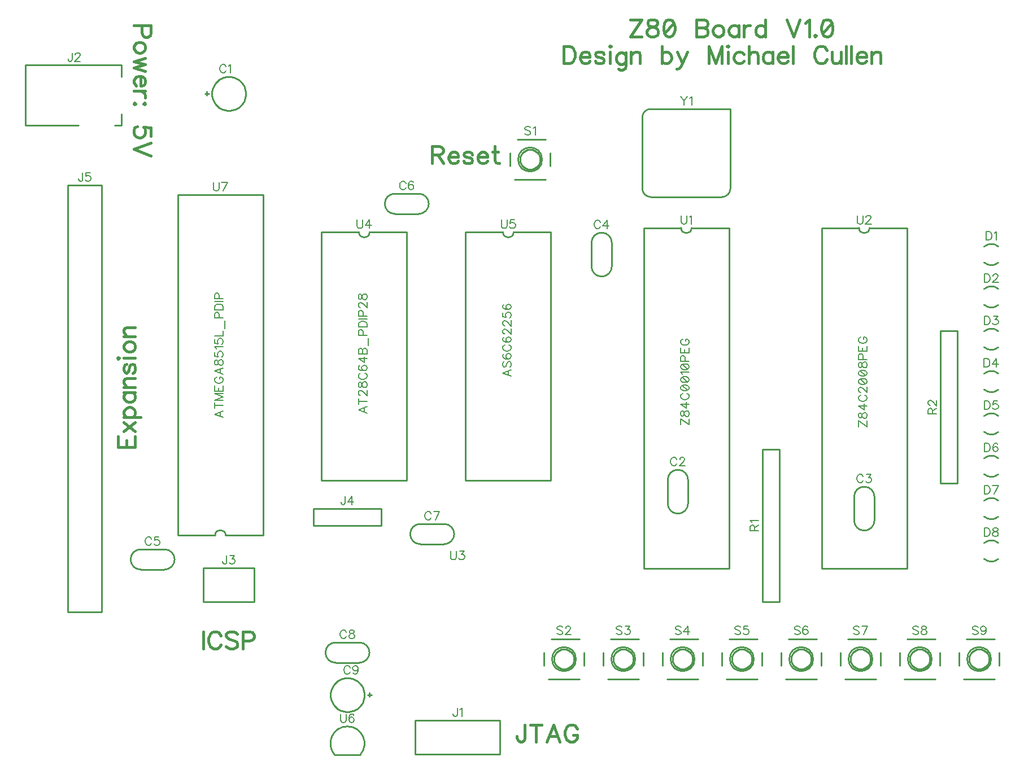
<source format=gbr>
G04 DipTrace 3.2.0.1*
G04 TopSilk.gbr*
%MOMM*%
G04 #@! TF.FileFunction,Legend,Top*
G04 #@! TF.Part,Single*
%ADD10C,0.25*%
%ADD61C,0.19608*%
%ADD62C,0.39216*%
%FSLAX35Y35*%
G04*
G71*
G90*
G75*
G01*
G04 TopSilk*
%LPD*%
X-4647898Y18892977D2*
D10*
Y18953023D1*
X-4677918Y18923000D2*
X-4617940D1*
X-4571836D2*
X-4571217Y18940718D1*
X-4569365Y18958350D1*
X-4566287Y18975810D1*
X-4562000Y18993012D1*
X-4556523Y19009873D1*
X-4549884Y19026311D1*
X-4542115Y19042246D1*
X-4533254Y19057599D1*
X-4523343Y19072297D1*
X-4512432Y19086268D1*
X-4500573Y19099443D1*
X-4487825Y19111759D1*
X-4474248Y19123155D1*
X-4459910Y19133576D1*
X-4444881Y19142970D1*
X-4429232Y19151294D1*
X-4413042Y19158505D1*
X-4396388Y19164568D1*
X-4379352Y19169455D1*
X-4362017Y19173141D1*
X-4344466Y19175609D1*
X-4326787Y19176845D1*
X-4309064D1*
X-4291385Y19175609D1*
X-4273834Y19173141D1*
X-4256499Y19169455D1*
X-4239463Y19164568D1*
X-4222809Y19158505D1*
X-4206618Y19151294D1*
X-4190970Y19142970D1*
X-4175941Y19133576D1*
X-4161603Y19123155D1*
X-4148026Y19111759D1*
X-4135278Y19099443D1*
X-4123419Y19086268D1*
X-4112508Y19072297D1*
X-4102597Y19057599D1*
X-4093736Y19042246D1*
X-4085967Y19026311D1*
X-4079328Y19009873D1*
X-4073851Y18993012D1*
X-4069564Y18975810D1*
X-4066486Y18958350D1*
X-4064634Y18940718D1*
X-4064015Y18923000D1*
X-4064634Y18905282D1*
X-4066486Y18887650D1*
X-4069564Y18870190D1*
X-4073851Y18852988D1*
X-4079328Y18836127D1*
X-4085967Y18819689D1*
X-4093736Y18803754D1*
X-4102597Y18788401D1*
X-4112508Y18773703D1*
X-4123419Y18759732D1*
X-4135278Y18746557D1*
X-4148026Y18734241D1*
X-4161603Y18722845D1*
X-4175941Y18712424D1*
X-4190970Y18703030D1*
X-4206618Y18694706D1*
X-4222809Y18687495D1*
X-4239463Y18681432D1*
X-4256499Y18676545D1*
X-4273834Y18672859D1*
X-4291385Y18670391D1*
X-4309064Y18669155D1*
X-4326787D1*
X-4344466Y18670391D1*
X-4362017Y18672859D1*
X-4379352Y18676545D1*
X-4396388Y18681432D1*
X-4413042Y18687495D1*
X-4429232Y18694706D1*
X-4444881Y18703030D1*
X-4459910Y18712424D1*
X-4474248Y18722845D1*
X-4487825Y18734241D1*
X-4500573Y18746557D1*
X-4512432Y18759732D1*
X-4523343Y18773703D1*
X-4533254Y18788401D1*
X-4542115Y18803754D1*
X-4549884Y18819689D1*
X-4556523Y18836127D1*
X-4562000Y18852988D1*
X-4566287Y18870190D1*
X-4569365Y18887650D1*
X-4571217Y18905282D1*
X-4571836Y18923000D1*
X2565400Y12776352D2*
Y13131648D1*
X2260600Y12776352D2*
Y13131648D1*
X2565400D2*
G03X2260600Y13131648I-152400J152D01*
G01*
Y12776352D2*
G03X2565400Y12776352I152400J-152D01*
G01*
X5359400Y12522352D2*
Y12877648D1*
X5054600Y12522352D2*
Y12877648D1*
X5359400D2*
G03X5054600Y12877648I-152400J152D01*
G01*
Y12522352D2*
G03X5359400Y12522352I152400J-152D01*
G01*
X1422400Y16332352D2*
Y16687648D1*
X1117600Y16332352D2*
Y16687648D1*
X1422400D2*
G03X1117600Y16687648I-152400J152D01*
G01*
Y16332352D2*
G03X1422400Y16332352I152400J-152D01*
G01*
X-5638648Y11785600D2*
X-5283352D1*
X-5638648Y12090400D2*
X-5283352D1*
Y11785600D2*
G03X-5283352Y12090400I152J152400D01*
G01*
X-5638648D2*
G03X-5638648Y11785600I-152J-152400D01*
G01*
X-1828648Y17119600D2*
X-1473352D1*
X-1828648Y17424400D2*
X-1473352D1*
Y17119600D2*
G03X-1473352Y17424400I152J152400D01*
G01*
X-1828648D2*
G03X-1828648Y17119600I-152J-152400D01*
G01*
X-1447648Y12166600D2*
X-1092352D1*
X-1447648Y12471400D2*
X-1092352D1*
Y12166600D2*
G03X-1092352Y12471400I152J152400D01*
G01*
X-1447648D2*
G03X-1447648Y12166600I-152J-152400D01*
G01*
X-2717648Y10388600D2*
X-2362352D1*
X-2717648Y10693400D2*
X-2362352D1*
Y10388600D2*
G03X-2362352Y10693400I152J152400D01*
G01*
X-2717648D2*
G03X-2717648Y10388600I-152J-152400D01*
G01*
X-2210102Y9936023D2*
Y9875977D1*
X-2180082Y9906000D2*
X-2240060D1*
X-2793985D2*
X-2793366Y9923718D1*
X-2791514Y9941350D1*
X-2788436Y9958810D1*
X-2784149Y9976012D1*
X-2778672Y9992873D1*
X-2772033Y10009311D1*
X-2764264Y10025246D1*
X-2755403Y10040599D1*
X-2745492Y10055297D1*
X-2734581Y10069268D1*
X-2722722Y10082443D1*
X-2709974Y10094759D1*
X-2696397Y10106155D1*
X-2682059Y10116576D1*
X-2667030Y10125970D1*
X-2651382Y10134294D1*
X-2635191Y10141505D1*
X-2618537Y10147568D1*
X-2601501Y10152455D1*
X-2584166Y10156141D1*
X-2566615Y10158609D1*
X-2548936Y10159845D1*
X-2531213D1*
X-2513534Y10158609D1*
X-2495983Y10156141D1*
X-2478648Y10152455D1*
X-2461612Y10147568D1*
X-2444958Y10141505D1*
X-2428768Y10134294D1*
X-2413119Y10125970D1*
X-2398090Y10116576D1*
X-2383752Y10106155D1*
X-2370175Y10094759D1*
X-2357427Y10082443D1*
X-2345568Y10069268D1*
X-2334657Y10055297D1*
X-2324746Y10040599D1*
X-2315885Y10025246D1*
X-2308116Y10009311D1*
X-2301477Y9992873D1*
X-2296000Y9976012D1*
X-2291713Y9958810D1*
X-2288635Y9941350D1*
X-2286783Y9923718D1*
X-2286164Y9906000D1*
X-2286783Y9888282D1*
X-2288635Y9870650D1*
X-2291713Y9853190D1*
X-2296000Y9835988D1*
X-2301477Y9819127D1*
X-2308116Y9802689D1*
X-2315885Y9786754D1*
X-2324746Y9771401D1*
X-2334657Y9756703D1*
X-2345568Y9742732D1*
X-2357427Y9729557D1*
X-2370175Y9717241D1*
X-2383752Y9705845D1*
X-2398090Y9695424D1*
X-2413119Y9686030D1*
X-2428768Y9677706D1*
X-2444958Y9670495D1*
X-2461612Y9664432D1*
X-2478648Y9659545D1*
X-2495983Y9655859D1*
X-2513534Y9653391D1*
X-2531213Y9652155D1*
X-2548936D1*
X-2566615Y9653391D1*
X-2584166Y9655859D1*
X-2601501Y9659545D1*
X-2618537Y9664432D1*
X-2635191Y9670495D1*
X-2651382Y9677706D1*
X-2667030Y9686030D1*
X-2682059Y9695424D1*
X-2696397Y9705845D1*
X-2709974Y9717241D1*
X-2722722Y9729557D1*
X-2734581Y9742732D1*
X-2745492Y9756703D1*
X-2755403Y9771401D1*
X-2764264Y9786754D1*
X-2772033Y9802689D1*
X-2778672Y9819127D1*
X-2784149Y9835988D1*
X-2788436Y9853190D1*
X-2791514Y9870650D1*
X-2793366Y9888282D1*
X-2793985Y9906000D1*
X7215020Y16388080D2*
G02X7006152Y16390960I-102803J119726D01*
G01*
X7215020Y16631920D2*
G03X7006152Y16629040I-102803J-119726D01*
G01*
X7215020Y15753080D2*
G02X7006152Y15755960I-102803J119726D01*
G01*
X7215020Y15996920D2*
G03X7006152Y15994040I-102803J-119726D01*
G01*
X7215020Y15118080D2*
G02X7006152Y15120960I-102803J119726D01*
G01*
X7215020Y15361920D2*
G03X7006152Y15359040I-102803J-119726D01*
G01*
X7215020Y14483080D2*
G02X7006152Y14485960I-102803J119726D01*
G01*
X7215020Y14726920D2*
G03X7006152Y14724040I-102803J-119726D01*
G01*
X7215020Y13848080D2*
G02X7006152Y13850960I-102803J119726D01*
G01*
X7215020Y14091920D2*
G03X7006152Y14089040I-102803J-119726D01*
G01*
X7215020Y13213080D2*
G02X7006152Y13215960I-102803J119726D01*
G01*
X7215020Y13456920D2*
G03X7006152Y13454040I-102803J-119726D01*
G01*
X7215020Y12578080D2*
G02X7006152Y12580960I-102803J119726D01*
G01*
X7215020Y12821920D2*
G03X7006152Y12819040I-102803J-119726D01*
G01*
X7215020Y11943080D2*
G02X7006152Y11945960I-102803J119726D01*
G01*
X7215020Y12186920D2*
G03X7006152Y12184040I-102803J-119726D01*
G01*
X-1524000Y9525000D2*
X-254000D1*
X-1524000Y9017000D2*
X-254000D1*
X-1524000Y9525000D2*
Y9017000D1*
X-254000Y9525000D2*
Y9017000D1*
X-7370000Y19350000D2*
Y18449952D1*
X-6570026D1*
X-6029948Y18444954D2*
X-5929988Y18445056D1*
Y18619986D1*
Y19179966D2*
Y19350000D1*
X-7370000D1*
X-4423918Y11303000D2*
X-3937000D1*
X-4699000D2*
X-3937000D1*
X-4699000Y11811000D2*
X-3937000D1*
X-4699000Y11303000D2*
Y11811000D1*
X-3937000Y11303000D2*
Y11811000D1*
X-3048000Y12700000D2*
Y12446000D1*
X-2032000Y12700000D2*
X-3048000D1*
X-2032000Y12446000D2*
X-3048000D1*
X-2032000Y12700000D2*
Y12446000D1*
X-6731000Y11151000D2*
X-6223000D1*
Y17551000D1*
X-6731000D1*
Y11151000D1*
X3935000Y13589000D2*
X3685000D1*
Y11303000D1*
X3935000D1*
Y13589000D1*
X6602000Y15367000D2*
X6352000D1*
Y13081000D1*
X6602000D1*
Y15367000D1*
X18010Y17936000D2*
G02X18010Y17936000I179990J0D01*
G01*
X-32010Y17635982D2*
X428010D1*
X498038Y17835932D2*
Y18036006D1*
X428010Y18236018D2*
X8006D1*
X-102038Y18036006D2*
Y17835932D1*
X48022Y17935969D2*
X48387Y17946433D1*
X49482Y17956846D1*
X51299Y17967158D1*
X53832Y17977317D1*
X57067Y17987275D1*
X60988Y17996983D1*
X65577Y18006394D1*
X70811Y18015462D1*
X76665Y18024142D1*
X83110Y18032393D1*
X90115Y18040174D1*
X97645Y18047447D1*
X105664Y18054178D1*
X114133Y18060332D1*
X123011Y18065881D1*
X132254Y18070796D1*
X141817Y18075055D1*
X151654Y18078636D1*
X161717Y18081522D1*
X171957Y18083699D1*
X182323Y18085156D1*
X192766Y18085887D1*
X203234D1*
X213677Y18085156D1*
X224043Y18083699D1*
X234283Y18081522D1*
X244346Y18078636D1*
X254183Y18075055D1*
X263746Y18070796D1*
X272989Y18065881D1*
X281867Y18060332D1*
X290336Y18054178D1*
X298355Y18047447D1*
X305885Y18040174D1*
X312890Y18032393D1*
X319335Y18024142D1*
X325189Y18015462D1*
X330423Y18006394D1*
X335012Y17996983D1*
X338933Y17987275D1*
X342168Y17977317D1*
X344701Y17967158D1*
X346518Y17956846D1*
X347613Y17946433D1*
X347978Y17935969D1*
X347613Y17925505D1*
X346518Y17915092D1*
X344701Y17904780D1*
X342168Y17894621D1*
X338933Y17884663D1*
X335012Y17874955D1*
X330423Y17865544D1*
X325189Y17856476D1*
X319335Y17847796D1*
X312890Y17839545D1*
X305885Y17831764D1*
X298355Y17824491D1*
X290336Y17817760D1*
X281867Y17811606D1*
X272989Y17806057D1*
X263746Y17801142D1*
X254183Y17796883D1*
X244346Y17793302D1*
X234283Y17790416D1*
X224043Y17788239D1*
X213677Y17786782D1*
X203234Y17786051D1*
X192766D1*
X182323Y17786782D1*
X171957Y17788239D1*
X161717Y17790416D1*
X151654Y17793302D1*
X141817Y17796883D1*
X132254Y17801142D1*
X123011Y17806057D1*
X114133Y17811606D1*
X105664Y17817760D1*
X97645Y17824491D1*
X90115Y17831764D1*
X83110Y17839545D1*
X76665Y17847796D1*
X70811Y17856476D1*
X65577Y17865544D1*
X60988Y17874955D1*
X57067Y17884663D1*
X53832Y17894621D1*
X51299Y17904780D1*
X49482Y17915092D1*
X48387Y17925505D1*
X48022Y17935969D1*
X526010Y10443000D2*
G02X526010Y10443000I179990J0D01*
G01*
X475990Y10142982D2*
X936010D1*
X1006038Y10342932D2*
Y10543006D1*
X936010Y10743018D2*
X516006D1*
X405962Y10543006D2*
Y10342932D1*
X556022Y10442969D2*
X556387Y10453433D1*
X557482Y10463846D1*
X559299Y10474158D1*
X561832Y10484317D1*
X565067Y10494275D1*
X568988Y10503983D1*
X573577Y10513394D1*
X578811Y10522462D1*
X584665Y10531142D1*
X591110Y10539393D1*
X598115Y10547174D1*
X605645Y10554447D1*
X613664Y10561178D1*
X622133Y10567332D1*
X631011Y10572881D1*
X640254Y10577796D1*
X649817Y10582055D1*
X659654Y10585636D1*
X669717Y10588522D1*
X679957Y10590699D1*
X690323Y10592156D1*
X700766Y10592887D1*
X711234D1*
X721677Y10592156D1*
X732043Y10590699D1*
X742283Y10588522D1*
X752346Y10585636D1*
X762183Y10582055D1*
X771746Y10577796D1*
X780989Y10572881D1*
X789867Y10567332D1*
X798336Y10561178D1*
X806355Y10554447D1*
X813885Y10547174D1*
X820890Y10539393D1*
X827335Y10531142D1*
X833189Y10522462D1*
X838423Y10513394D1*
X843012Y10503983D1*
X846933Y10494275D1*
X850168Y10484317D1*
X852701Y10474158D1*
X854518Y10463846D1*
X855613Y10453433D1*
X855978Y10442969D1*
X855613Y10432505D1*
X854518Y10422092D1*
X852701Y10411780D1*
X850168Y10401621D1*
X846933Y10391663D1*
X843012Y10381955D1*
X838423Y10372544D1*
X833189Y10363476D1*
X827335Y10354796D1*
X820890Y10346545D1*
X813885Y10338764D1*
X806355Y10331491D1*
X798336Y10324760D1*
X789867Y10318606D1*
X780989Y10313057D1*
X771746Y10308142D1*
X762183Y10303883D1*
X752346Y10300302D1*
X742283Y10297416D1*
X732043Y10295239D1*
X721677Y10293782D1*
X711234Y10293051D1*
X700766D1*
X690323Y10293782D1*
X679957Y10295239D1*
X669717Y10297416D1*
X659654Y10300302D1*
X649817Y10303883D1*
X640254Y10308142D1*
X631011Y10313057D1*
X622133Y10318606D1*
X613664Y10324760D1*
X605645Y10331491D1*
X598115Y10338764D1*
X591110Y10346545D1*
X584665Y10354796D1*
X578811Y10363476D1*
X573577Y10372544D1*
X568988Y10381955D1*
X565067Y10391663D1*
X561832Y10401621D1*
X559299Y10411780D1*
X557482Y10422092D1*
X556387Y10432505D1*
X556022Y10442969D1*
X1415010Y10443000D2*
G02X1415010Y10443000I179990J0D01*
G01*
X1364990Y10142982D2*
X1825010D1*
X1895038Y10342932D2*
Y10543006D1*
X1825010Y10743018D2*
X1405006D1*
X1294962Y10543006D2*
Y10342932D1*
X1445022Y10442969D2*
X1445387Y10453433D1*
X1446482Y10463846D1*
X1448299Y10474158D1*
X1450832Y10484317D1*
X1454067Y10494275D1*
X1457988Y10503983D1*
X1462577Y10513394D1*
X1467811Y10522462D1*
X1473665Y10531142D1*
X1480110Y10539393D1*
X1487115Y10547174D1*
X1494645Y10554447D1*
X1502664Y10561178D1*
X1511133Y10567332D1*
X1520011Y10572881D1*
X1529254Y10577796D1*
X1538817Y10582055D1*
X1548654Y10585636D1*
X1558717Y10588522D1*
X1568957Y10590699D1*
X1579323Y10592156D1*
X1589766Y10592887D1*
X1600234D1*
X1610677Y10592156D1*
X1621043Y10590699D1*
X1631283Y10588522D1*
X1641346Y10585636D1*
X1651183Y10582055D1*
X1660746Y10577796D1*
X1669989Y10572881D1*
X1678867Y10567332D1*
X1687336Y10561178D1*
X1695355Y10554447D1*
X1702885Y10547174D1*
X1709890Y10539393D1*
X1716335Y10531142D1*
X1722189Y10522462D1*
X1727423Y10513394D1*
X1732012Y10503983D1*
X1735933Y10494275D1*
X1739168Y10484317D1*
X1741701Y10474158D1*
X1743518Y10463846D1*
X1744613Y10453433D1*
X1744978Y10442969D1*
X1744613Y10432505D1*
X1743518Y10422092D1*
X1741701Y10411780D1*
X1739168Y10401621D1*
X1735933Y10391663D1*
X1732012Y10381955D1*
X1727423Y10372544D1*
X1722189Y10363476D1*
X1716335Y10354796D1*
X1709890Y10346545D1*
X1702885Y10338764D1*
X1695355Y10331491D1*
X1687336Y10324760D1*
X1678867Y10318606D1*
X1669989Y10313057D1*
X1660746Y10308142D1*
X1651183Y10303883D1*
X1641346Y10300302D1*
X1631283Y10297416D1*
X1621043Y10295239D1*
X1610677Y10293782D1*
X1600234Y10293051D1*
X1589766D1*
X1579323Y10293782D1*
X1568957Y10295239D1*
X1558717Y10297416D1*
X1548654Y10300302D1*
X1538817Y10303883D1*
X1529254Y10308142D1*
X1520011Y10313057D1*
X1511133Y10318606D1*
X1502664Y10324760D1*
X1494645Y10331491D1*
X1487115Y10338764D1*
X1480110Y10346545D1*
X1473665Y10354796D1*
X1467811Y10363476D1*
X1462577Y10372544D1*
X1457988Y10381955D1*
X1454067Y10391663D1*
X1450832Y10401621D1*
X1448299Y10411780D1*
X1446482Y10422092D1*
X1445387Y10432505D1*
X1445022Y10442969D1*
X2304010Y10443000D2*
G02X2304010Y10443000I179990J0D01*
G01*
X2253990Y10142982D2*
X2714010D1*
X2784038Y10342932D2*
Y10543006D1*
X2714010Y10743018D2*
X2294006D1*
X2183962Y10543006D2*
Y10342932D1*
X2334022Y10442969D2*
X2334387Y10453433D1*
X2335482Y10463846D1*
X2337299Y10474158D1*
X2339832Y10484317D1*
X2343067Y10494275D1*
X2346988Y10503983D1*
X2351577Y10513394D1*
X2356811Y10522462D1*
X2362665Y10531142D1*
X2369110Y10539393D1*
X2376115Y10547174D1*
X2383645Y10554447D1*
X2391664Y10561178D1*
X2400133Y10567332D1*
X2409011Y10572881D1*
X2418254Y10577796D1*
X2427817Y10582055D1*
X2437654Y10585636D1*
X2447717Y10588522D1*
X2457957Y10590699D1*
X2468323Y10592156D1*
X2478766Y10592887D1*
X2489234D1*
X2499677Y10592156D1*
X2510043Y10590699D1*
X2520283Y10588522D1*
X2530346Y10585636D1*
X2540183Y10582055D1*
X2549746Y10577796D1*
X2558989Y10572881D1*
X2567867Y10567332D1*
X2576336Y10561178D1*
X2584355Y10554447D1*
X2591885Y10547174D1*
X2598890Y10539393D1*
X2605335Y10531142D1*
X2611189Y10522462D1*
X2616423Y10513394D1*
X2621012Y10503983D1*
X2624933Y10494275D1*
X2628168Y10484317D1*
X2630701Y10474158D1*
X2632518Y10463846D1*
X2633613Y10453433D1*
X2633978Y10442969D1*
X2633613Y10432505D1*
X2632518Y10422092D1*
X2630701Y10411780D1*
X2628168Y10401621D1*
X2624933Y10391663D1*
X2621012Y10381955D1*
X2616423Y10372544D1*
X2611189Y10363476D1*
X2605335Y10354796D1*
X2598890Y10346545D1*
X2591885Y10338764D1*
X2584355Y10331491D1*
X2576336Y10324760D1*
X2567867Y10318606D1*
X2558989Y10313057D1*
X2549746Y10308142D1*
X2540183Y10303883D1*
X2530346Y10300302D1*
X2520283Y10297416D1*
X2510043Y10295239D1*
X2499677Y10293782D1*
X2489234Y10293051D1*
X2478766D1*
X2468323Y10293782D1*
X2457957Y10295239D1*
X2447717Y10297416D1*
X2437654Y10300302D1*
X2427817Y10303883D1*
X2418254Y10308142D1*
X2409011Y10313057D1*
X2400133Y10318606D1*
X2391664Y10324760D1*
X2383645Y10331491D1*
X2376115Y10338764D1*
X2369110Y10346545D1*
X2362665Y10354796D1*
X2356811Y10363476D1*
X2351577Y10372544D1*
X2346988Y10381955D1*
X2343067Y10391663D1*
X2339832Y10401621D1*
X2337299Y10411780D1*
X2335482Y10422092D1*
X2334387Y10432505D1*
X2334022Y10442969D1*
X3193010Y10443000D2*
G02X3193010Y10443000I179990J0D01*
G01*
X3142990Y10142982D2*
X3603010D1*
X3673038Y10342932D2*
Y10543006D1*
X3603010Y10743018D2*
X3183006D1*
X3072962Y10543006D2*
Y10342932D1*
X3223022Y10442969D2*
X3223387Y10453433D1*
X3224482Y10463846D1*
X3226299Y10474158D1*
X3228832Y10484317D1*
X3232067Y10494275D1*
X3235988Y10503983D1*
X3240577Y10513394D1*
X3245811Y10522462D1*
X3251665Y10531142D1*
X3258110Y10539393D1*
X3265115Y10547174D1*
X3272645Y10554447D1*
X3280664Y10561178D1*
X3289133Y10567332D1*
X3298011Y10572881D1*
X3307254Y10577796D1*
X3316817Y10582055D1*
X3326654Y10585636D1*
X3336717Y10588522D1*
X3346957Y10590699D1*
X3357323Y10592156D1*
X3367766Y10592887D1*
X3378234D1*
X3388677Y10592156D1*
X3399043Y10590699D1*
X3409283Y10588522D1*
X3419346Y10585636D1*
X3429183Y10582055D1*
X3438746Y10577796D1*
X3447989Y10572881D1*
X3456867Y10567332D1*
X3465336Y10561178D1*
X3473355Y10554447D1*
X3480885Y10547174D1*
X3487890Y10539393D1*
X3494335Y10531142D1*
X3500189Y10522462D1*
X3505423Y10513394D1*
X3510012Y10503983D1*
X3513933Y10494275D1*
X3517168Y10484317D1*
X3519701Y10474158D1*
X3521518Y10463846D1*
X3522613Y10453433D1*
X3522978Y10442969D1*
X3522613Y10432505D1*
X3521518Y10422092D1*
X3519701Y10411780D1*
X3517168Y10401621D1*
X3513933Y10391663D1*
X3510012Y10381955D1*
X3505423Y10372544D1*
X3500189Y10363476D1*
X3494335Y10354796D1*
X3487890Y10346545D1*
X3480885Y10338764D1*
X3473355Y10331491D1*
X3465336Y10324760D1*
X3456867Y10318606D1*
X3447989Y10313057D1*
X3438746Y10308142D1*
X3429183Y10303883D1*
X3419346Y10300302D1*
X3409283Y10297416D1*
X3399043Y10295239D1*
X3388677Y10293782D1*
X3378234Y10293051D1*
X3367766D1*
X3357323Y10293782D1*
X3346957Y10295239D1*
X3336717Y10297416D1*
X3326654Y10300302D1*
X3316817Y10303883D1*
X3307254Y10308142D1*
X3298011Y10313057D1*
X3289133Y10318606D1*
X3280664Y10324760D1*
X3272645Y10331491D1*
X3265115Y10338764D1*
X3258110Y10346545D1*
X3251665Y10354796D1*
X3245811Y10363476D1*
X3240577Y10372544D1*
X3235988Y10381955D1*
X3232067Y10391663D1*
X3228832Y10401621D1*
X3226299Y10411780D1*
X3224482Y10422092D1*
X3223387Y10432505D1*
X3223022Y10442969D1*
X4082010Y10443000D2*
G02X4082010Y10443000I179990J0D01*
G01*
X4031990Y10142982D2*
X4492010D1*
X4562038Y10342932D2*
Y10543006D1*
X4492010Y10743018D2*
X4072006D1*
X3961962Y10543006D2*
Y10342932D1*
X4112022Y10442969D2*
X4112387Y10453433D1*
X4113482Y10463846D1*
X4115299Y10474158D1*
X4117832Y10484317D1*
X4121067Y10494275D1*
X4124988Y10503983D1*
X4129577Y10513394D1*
X4134811Y10522462D1*
X4140665Y10531142D1*
X4147110Y10539393D1*
X4154115Y10547174D1*
X4161645Y10554447D1*
X4169664Y10561178D1*
X4178133Y10567332D1*
X4187011Y10572881D1*
X4196254Y10577796D1*
X4205817Y10582055D1*
X4215654Y10585636D1*
X4225717Y10588522D1*
X4235957Y10590699D1*
X4246323Y10592156D1*
X4256766Y10592887D1*
X4267234D1*
X4277677Y10592156D1*
X4288043Y10590699D1*
X4298283Y10588522D1*
X4308346Y10585636D1*
X4318183Y10582055D1*
X4327746Y10577796D1*
X4336989Y10572881D1*
X4345867Y10567332D1*
X4354336Y10561178D1*
X4362355Y10554447D1*
X4369885Y10547174D1*
X4376890Y10539393D1*
X4383335Y10531142D1*
X4389189Y10522462D1*
X4394423Y10513394D1*
X4399012Y10503983D1*
X4402933Y10494275D1*
X4406168Y10484317D1*
X4408701Y10474158D1*
X4410518Y10463846D1*
X4411613Y10453433D1*
X4411978Y10442969D1*
X4411613Y10432505D1*
X4410518Y10422092D1*
X4408701Y10411780D1*
X4406168Y10401621D1*
X4402933Y10391663D1*
X4399012Y10381955D1*
X4394423Y10372544D1*
X4389189Y10363476D1*
X4383335Y10354796D1*
X4376890Y10346545D1*
X4369885Y10338764D1*
X4362355Y10331491D1*
X4354336Y10324760D1*
X4345867Y10318606D1*
X4336989Y10313057D1*
X4327746Y10308142D1*
X4318183Y10303883D1*
X4308346Y10300302D1*
X4298283Y10297416D1*
X4288043Y10295239D1*
X4277677Y10293782D1*
X4267234Y10293051D1*
X4256766D1*
X4246323Y10293782D1*
X4235957Y10295239D1*
X4225717Y10297416D1*
X4215654Y10300302D1*
X4205817Y10303883D1*
X4196254Y10308142D1*
X4187011Y10313057D1*
X4178133Y10318606D1*
X4169664Y10324760D1*
X4161645Y10331491D1*
X4154115Y10338764D1*
X4147110Y10346545D1*
X4140665Y10354796D1*
X4134811Y10363476D1*
X4129577Y10372544D1*
X4124988Y10381955D1*
X4121067Y10391663D1*
X4117832Y10401621D1*
X4115299Y10411780D1*
X4113482Y10422092D1*
X4112387Y10432505D1*
X4112022Y10442969D1*
X4971010Y10443000D2*
G02X4971010Y10443000I179990J0D01*
G01*
X4920990Y10142982D2*
X5381010D1*
X5451038Y10342932D2*
Y10543006D1*
X5381010Y10743018D2*
X4961006D1*
X4850962Y10543006D2*
Y10342932D1*
X5001022Y10442969D2*
X5001387Y10453433D1*
X5002482Y10463846D1*
X5004299Y10474158D1*
X5006832Y10484317D1*
X5010067Y10494275D1*
X5013988Y10503983D1*
X5018577Y10513394D1*
X5023811Y10522462D1*
X5029665Y10531142D1*
X5036110Y10539393D1*
X5043115Y10547174D1*
X5050645Y10554447D1*
X5058664Y10561178D1*
X5067133Y10567332D1*
X5076011Y10572881D1*
X5085254Y10577796D1*
X5094817Y10582055D1*
X5104654Y10585636D1*
X5114717Y10588522D1*
X5124957Y10590699D1*
X5135323Y10592156D1*
X5145766Y10592887D1*
X5156234D1*
X5166677Y10592156D1*
X5177043Y10590699D1*
X5187283Y10588522D1*
X5197346Y10585636D1*
X5207183Y10582055D1*
X5216746Y10577796D1*
X5225989Y10572881D1*
X5234867Y10567332D1*
X5243336Y10561178D1*
X5251355Y10554447D1*
X5258885Y10547174D1*
X5265890Y10539393D1*
X5272335Y10531142D1*
X5278189Y10522462D1*
X5283423Y10513394D1*
X5288012Y10503983D1*
X5291933Y10494275D1*
X5295168Y10484317D1*
X5297701Y10474158D1*
X5299518Y10463846D1*
X5300613Y10453433D1*
X5300978Y10442969D1*
X5300613Y10432505D1*
X5299518Y10422092D1*
X5297701Y10411780D1*
X5295168Y10401621D1*
X5291933Y10391663D1*
X5288012Y10381955D1*
X5283423Y10372544D1*
X5278189Y10363476D1*
X5272335Y10354796D1*
X5265890Y10346545D1*
X5258885Y10338764D1*
X5251355Y10331491D1*
X5243336Y10324760D1*
X5234867Y10318606D1*
X5225989Y10313057D1*
X5216746Y10308142D1*
X5207183Y10303883D1*
X5197346Y10300302D1*
X5187283Y10297416D1*
X5177043Y10295239D1*
X5166677Y10293782D1*
X5156234Y10293051D1*
X5145766D1*
X5135323Y10293782D1*
X5124957Y10295239D1*
X5114717Y10297416D1*
X5104654Y10300302D1*
X5094817Y10303883D1*
X5085254Y10308142D1*
X5076011Y10313057D1*
X5067133Y10318606D1*
X5058664Y10324760D1*
X5050645Y10331491D1*
X5043115Y10338764D1*
X5036110Y10346545D1*
X5029665Y10354796D1*
X5023811Y10363476D1*
X5018577Y10372544D1*
X5013988Y10381955D1*
X5010067Y10391663D1*
X5006832Y10401621D1*
X5004299Y10411780D1*
X5002482Y10422092D1*
X5001387Y10432505D1*
X5001022Y10442969D1*
X5860010Y10443000D2*
G02X5860010Y10443000I179990J0D01*
G01*
X5809990Y10142982D2*
X6270010D1*
X6340038Y10342932D2*
Y10543006D1*
X6270010Y10743018D2*
X5850006D1*
X5739962Y10543006D2*
Y10342932D1*
X5890022Y10442969D2*
X5890387Y10453433D1*
X5891482Y10463846D1*
X5893299Y10474158D1*
X5895832Y10484317D1*
X5899067Y10494275D1*
X5902988Y10503983D1*
X5907577Y10513394D1*
X5912811Y10522462D1*
X5918665Y10531142D1*
X5925110Y10539393D1*
X5932115Y10547174D1*
X5939645Y10554447D1*
X5947664Y10561178D1*
X5956133Y10567332D1*
X5965011Y10572881D1*
X5974254Y10577796D1*
X5983817Y10582055D1*
X5993654Y10585636D1*
X6003717Y10588522D1*
X6013957Y10590699D1*
X6024323Y10592156D1*
X6034766Y10592887D1*
X6045234D1*
X6055677Y10592156D1*
X6066043Y10590699D1*
X6076283Y10588522D1*
X6086346Y10585636D1*
X6096183Y10582055D1*
X6105746Y10577796D1*
X6114989Y10572881D1*
X6123867Y10567332D1*
X6132336Y10561178D1*
X6140355Y10554447D1*
X6147885Y10547174D1*
X6154890Y10539393D1*
X6161335Y10531142D1*
X6167189Y10522462D1*
X6172423Y10513394D1*
X6177012Y10503983D1*
X6180933Y10494275D1*
X6184168Y10484317D1*
X6186701Y10474158D1*
X6188518Y10463846D1*
X6189613Y10453433D1*
X6189978Y10442969D1*
X6189613Y10432505D1*
X6188518Y10422092D1*
X6186701Y10411780D1*
X6184168Y10401621D1*
X6180933Y10391663D1*
X6177012Y10381955D1*
X6172423Y10372544D1*
X6167189Y10363476D1*
X6161335Y10354796D1*
X6154890Y10346545D1*
X6147885Y10338764D1*
X6140355Y10331491D1*
X6132336Y10324760D1*
X6123867Y10318606D1*
X6114989Y10313057D1*
X6105746Y10308142D1*
X6096183Y10303883D1*
X6086346Y10300302D1*
X6076283Y10297416D1*
X6066043Y10295239D1*
X6055677Y10293782D1*
X6045234Y10293051D1*
X6034766D1*
X6024323Y10293782D1*
X6013957Y10295239D1*
X6003717Y10297416D1*
X5993654Y10300302D1*
X5983817Y10303883D1*
X5974254Y10308142D1*
X5965011Y10313057D1*
X5956133Y10318606D1*
X5947664Y10324760D1*
X5939645Y10331491D1*
X5932115Y10338764D1*
X5925110Y10346545D1*
X5918665Y10354796D1*
X5912811Y10363476D1*
X5907577Y10372544D1*
X5902988Y10381955D1*
X5899067Y10391663D1*
X5895832Y10401621D1*
X5893299Y10411780D1*
X5891482Y10422092D1*
X5890387Y10432505D1*
X5890022Y10442969D1*
X6749010Y10443000D2*
G02X6749010Y10443000I179990J0D01*
G01*
X6698990Y10142982D2*
X7159010D1*
X7229038Y10342932D2*
Y10543006D1*
X7159010Y10743018D2*
X6739006D1*
X6628962Y10543006D2*
Y10342932D1*
X6779022Y10442969D2*
X6779387Y10453433D1*
X6780482Y10463846D1*
X6782299Y10474158D1*
X6784832Y10484317D1*
X6788067Y10494275D1*
X6791988Y10503983D1*
X6796577Y10513394D1*
X6801811Y10522462D1*
X6807665Y10531142D1*
X6814110Y10539393D1*
X6821115Y10547174D1*
X6828645Y10554447D1*
X6836664Y10561178D1*
X6845133Y10567332D1*
X6854011Y10572881D1*
X6863254Y10577796D1*
X6872817Y10582055D1*
X6882654Y10585636D1*
X6892717Y10588522D1*
X6902957Y10590699D1*
X6913323Y10592156D1*
X6923766Y10592887D1*
X6934234D1*
X6944677Y10592156D1*
X6955043Y10590699D1*
X6965283Y10588522D1*
X6975346Y10585636D1*
X6985183Y10582055D1*
X6994746Y10577796D1*
X7003989Y10572881D1*
X7012867Y10567332D1*
X7021336Y10561178D1*
X7029355Y10554447D1*
X7036885Y10547174D1*
X7043890Y10539393D1*
X7050335Y10531142D1*
X7056189Y10522462D1*
X7061423Y10513394D1*
X7066012Y10503983D1*
X7069933Y10494275D1*
X7073168Y10484317D1*
X7075701Y10474158D1*
X7077518Y10463846D1*
X7078613Y10453433D1*
X7078978Y10442969D1*
X7078613Y10432505D1*
X7077518Y10422092D1*
X7075701Y10411780D1*
X7073168Y10401621D1*
X7069933Y10391663D1*
X7066012Y10381955D1*
X7061423Y10372544D1*
X7056189Y10363476D1*
X7050335Y10354796D1*
X7043890Y10346545D1*
X7036885Y10338764D1*
X7029355Y10331491D1*
X7021336Y10324760D1*
X7012867Y10318606D1*
X7003989Y10313057D1*
X6994746Y10308142D1*
X6985183Y10303883D1*
X6975346Y10300302D1*
X6965283Y10297416D1*
X6955043Y10295239D1*
X6944677Y10293782D1*
X6934234Y10293051D1*
X6923766D1*
X6913323Y10293782D1*
X6902957Y10295239D1*
X6892717Y10297416D1*
X6882654Y10300302D1*
X6872817Y10303883D1*
X6863254Y10308142D1*
X6854011Y10313057D1*
X6845133Y10318606D1*
X6836664Y10324760D1*
X6828645Y10331491D1*
X6821115Y10338764D1*
X6814110Y10346545D1*
X6807665Y10354796D1*
X6801811Y10363476D1*
X6796577Y10372544D1*
X6791988Y10381955D1*
X6788067Y10391663D1*
X6784832Y10401621D1*
X6782299Y10411780D1*
X6780482Y10422092D1*
X6779387Y10432505D1*
X6779022Y10442969D1*
X1900030Y16900780D2*
Y11801000D1*
X3179970D1*
Y16900780D2*
Y11801000D1*
X1900030Y16911000D2*
X2459983D1*
X3179970D2*
X2620017D1*
X2459983D2*
G03X2620017Y16911000I80017J302D01*
G01*
X4567030Y16900780D2*
Y11801000D1*
X5846970D1*
Y16900780D2*
Y11801000D1*
X4567030Y16911000D2*
X5126983D1*
X5846970D2*
X5287017D1*
X5126983D2*
G03X5287017Y16911000I80017J302D01*
G01*
X-1648056Y16846000D2*
Y13126000D1*
X-2927944D2*
X-1648056D1*
X-2927944Y16846000D2*
Y13126000D1*
Y16846000D2*
X-2367993D1*
X-1648056D2*
X-2208007D1*
X-2367993D2*
G03X-2208007Y16846000I79993J13D01*
G01*
X510961D2*
Y13126000D1*
X-768979D2*
X510961D1*
X-768979Y16846000D2*
Y13126000D1*
Y16846000D2*
X-209026D1*
X510961D2*
X-48992D1*
X-209026D2*
G03X-48992Y16846000I80017J37D01*
G01*
X-2732076Y9009018D2*
G02X-2347924Y9009018I192076J169086D01*
G01*
X-2732076D1*
X-3805030Y12309220D2*
Y17409000D1*
X-5084970D1*
Y12309220D2*
Y17409000D1*
X-3805030Y12299000D2*
X-4364983D1*
X-5084970D2*
X-4525017D1*
X-4364983D2*
G03X-4525017Y12299000I-80017J-302D01*
G01*
X3200400Y18694400D2*
X2006661D1*
X1879600Y18567339D2*
Y17500661D1*
X2006661Y17373600D2*
X3073339D1*
X3200400Y18694400D2*
Y17500661D1*
X2006661Y18694400D2*
G03X1879600Y18567339I107J-127168D01*
G01*
X2006661Y17373600D2*
G02X1879600Y17500661I107J127168D01*
G01*
X3200400D2*
G02X3073339Y17373600I-127168J107D01*
G01*
X-4360251Y19332664D2*
D61*
X-4366288Y19344737D1*
X-4378501Y19356950D1*
X-4390575Y19362987D1*
X-4414861D1*
X-4427075Y19356950D1*
X-4439148Y19344737D1*
X-4445325Y19332664D1*
X-4451361Y19314414D1*
Y19283950D1*
X-4445325Y19265840D1*
X-4439148Y19253627D1*
X-4427075Y19241554D1*
X-4414861Y19235377D1*
X-4390575D1*
X-4378501Y19241554D1*
X-4366288Y19253627D1*
X-4360251Y19265840D1*
X-4321036Y19338560D2*
X-4308822Y19344737D1*
X-4290572Y19362846D1*
Y19235377D1*
X2396410Y13439864D2*
X2390374Y13451937D1*
X2378160Y13464150D1*
X2366087Y13470187D1*
X2341801D1*
X2329587Y13464150D1*
X2317514Y13451937D1*
X2311337Y13439864D1*
X2305301Y13421614D1*
Y13391150D1*
X2311337Y13373040D1*
X2317514Y13360827D1*
X2329587Y13348754D1*
X2341801Y13342577D1*
X2366087D1*
X2378160Y13348754D1*
X2390374Y13360827D1*
X2396410Y13373040D1*
X2441803Y13439723D2*
Y13445760D1*
X2447840Y13457973D1*
X2453876Y13464010D1*
X2466090Y13470046D1*
X2490376D1*
X2502449Y13464010D1*
X2508486Y13457973D1*
X2514663Y13445760D1*
Y13433687D1*
X2508486Y13421473D1*
X2496413Y13403364D1*
X2435626Y13342577D1*
X2520699D1*
X5190410Y13185864D2*
X5184374Y13197937D1*
X5172160Y13210150D1*
X5160087Y13216187D1*
X5135801D1*
X5123587Y13210150D1*
X5111514Y13197937D1*
X5105337Y13185864D1*
X5099301Y13167614D1*
Y13137150D1*
X5105337Y13119040D1*
X5111514Y13106827D1*
X5123587Y13094754D1*
X5135801Y13088577D1*
X5160087D1*
X5172160Y13094754D1*
X5184374Y13106827D1*
X5190410Y13119040D1*
X5241840Y13216046D2*
X5308522D1*
X5272163Y13167473D1*
X5290413D1*
X5302486Y13161437D1*
X5308522Y13155400D1*
X5314699Y13137150D1*
Y13125077D1*
X5308522Y13106827D1*
X5296449Y13094614D1*
X5278199Y13088577D1*
X5259949D1*
X5241840Y13094614D1*
X5235803Y13100790D1*
X5229626Y13112864D1*
X1250392Y16995864D2*
X1244356Y17007937D1*
X1232142Y17020150D1*
X1220069Y17026187D1*
X1195783D1*
X1183569Y17020150D1*
X1171496Y17007937D1*
X1165319Y16995864D1*
X1159283Y16977614D1*
Y16947150D1*
X1165319Y16929040D1*
X1171496Y16916827D1*
X1183569Y16904754D1*
X1195783Y16898577D1*
X1220069D1*
X1232142Y16904754D1*
X1244356Y16916827D1*
X1250392Y16929040D1*
X1350394Y16898577D2*
Y17026046D1*
X1289608Y16941114D1*
X1380717D1*
X-5477590Y12246064D2*
X-5483626Y12258137D1*
X-5495840Y12270350D1*
X-5507913Y12276387D1*
X-5532199D1*
X-5544413Y12270350D1*
X-5556486Y12258137D1*
X-5562663Y12246064D1*
X-5568699Y12227814D1*
Y12197350D1*
X-5562663Y12179241D1*
X-5556486Y12167027D1*
X-5544413Y12154954D1*
X-5532199Y12148777D1*
X-5507913D1*
X-5495840Y12154954D1*
X-5483626Y12167027D1*
X-5477590Y12179241D1*
X-5365514Y12276246D2*
X-5426160D1*
X-5432197Y12221637D1*
X-5426160Y12227673D1*
X-5407910Y12233850D1*
X-5389801D1*
X-5371551Y12227673D1*
X-5359337Y12215600D1*
X-5353301Y12197350D1*
Y12185277D1*
X-5359337Y12167027D1*
X-5371551Y12154814D1*
X-5389801Y12148777D1*
X-5407910D1*
X-5426160Y12154814D1*
X-5432197Y12160991D1*
X-5438374Y12173064D1*
X-1664501Y17580064D2*
X-1670538Y17592137D1*
X-1682751Y17604350D1*
X-1694824Y17610387D1*
X-1719111D1*
X-1731324Y17604350D1*
X-1743397Y17592137D1*
X-1749574Y17580064D1*
X-1755611Y17561814D1*
Y17531350D1*
X-1749574Y17513241D1*
X-1743397Y17501027D1*
X-1731324Y17488954D1*
X-1719111Y17482777D1*
X-1694824D1*
X-1682751Y17488954D1*
X-1670538Y17501027D1*
X-1664501Y17513241D1*
X-1552426Y17592137D2*
X-1558462Y17604210D1*
X-1576712Y17610246D1*
X-1588785D1*
X-1607035Y17604210D1*
X-1619249Y17585960D1*
X-1625285Y17555637D1*
Y17525314D1*
X-1619249Y17501027D1*
X-1607035Y17488814D1*
X-1588785Y17482777D1*
X-1582749D1*
X-1564639Y17488814D1*
X-1552426Y17501027D1*
X-1546389Y17519277D1*
Y17525314D1*
X-1552426Y17543564D1*
X-1564639Y17555637D1*
X-1582749Y17561673D1*
X-1588785D1*
X-1607035Y17555637D1*
X-1619249Y17543564D1*
X-1625285Y17525314D1*
X-1286590Y12627064D2*
X-1292626Y12639137D1*
X-1304840Y12651350D1*
X-1316913Y12657387D1*
X-1341199D1*
X-1353413Y12651350D1*
X-1365486Y12639137D1*
X-1371663Y12627064D1*
X-1377699Y12608814D1*
Y12578350D1*
X-1371663Y12560241D1*
X-1365486Y12548027D1*
X-1353413Y12535954D1*
X-1341199Y12529777D1*
X-1316913D1*
X-1304840Y12535954D1*
X-1292626Y12548027D1*
X-1286590Y12560241D1*
X-1223087Y12529777D2*
X-1162301Y12657246D1*
X-1247374D1*
X-2556519Y10849064D2*
X-2562556Y10861137D1*
X-2574769Y10873350D1*
X-2586842Y10879387D1*
X-2611129D1*
X-2623342Y10873350D1*
X-2635416Y10861137D1*
X-2641592Y10849064D1*
X-2647629Y10830814D1*
Y10800350D1*
X-2641592Y10782241D1*
X-2635416Y10770027D1*
X-2623342Y10757954D1*
X-2611129Y10751777D1*
X-2586842D1*
X-2574769Y10757954D1*
X-2562556Y10770027D1*
X-2556519Y10782241D1*
X-2486981Y10879246D2*
X-2505090Y10873210D1*
X-2511267Y10861137D1*
Y10848923D1*
X-2505090Y10836850D1*
X-2493017Y10830673D1*
X-2468731Y10824637D1*
X-2450481Y10818600D1*
X-2438408Y10806387D1*
X-2432371Y10794314D1*
Y10776064D1*
X-2438408Y10763991D1*
X-2444444Y10757814D1*
X-2462694Y10751777D1*
X-2486981D1*
X-2505090Y10757814D1*
X-2511267Y10763991D1*
X-2517304Y10776064D1*
Y10794314D1*
X-2511267Y10806387D1*
X-2499054Y10818600D1*
X-2480944Y10824637D1*
X-2456658Y10830673D1*
X-2444444Y10836850D1*
X-2438408Y10848923D1*
Y10861137D1*
X-2444444Y10873210D1*
X-2462694Y10879246D1*
X-2486981D1*
X-2500605Y10315664D2*
X-2506641Y10327737D1*
X-2518855Y10339950D1*
X-2530928Y10345987D1*
X-2555214D1*
X-2567428Y10339950D1*
X-2579501Y10327737D1*
X-2585678Y10315664D1*
X-2591714Y10297414D1*
Y10266950D1*
X-2585678Y10248840D1*
X-2579501Y10236627D1*
X-2567428Y10224554D1*
X-2555214Y10218377D1*
X-2530928D1*
X-2518855Y10224554D1*
X-2506641Y10236627D1*
X-2500605Y10248840D1*
X-2382352Y10303450D2*
X-2388529Y10285200D1*
X-2400602Y10272987D1*
X-2418852Y10266950D1*
X-2424889D1*
X-2443139Y10272987D1*
X-2455212Y10285200D1*
X-2461389Y10303450D1*
Y10309487D1*
X-2455212Y10327737D1*
X-2443139Y10339810D1*
X-2424889Y10345846D1*
X-2418852D1*
X-2400602Y10339810D1*
X-2388529Y10327737D1*
X-2382352Y10303450D1*
Y10272987D1*
X-2388529Y10242664D1*
X-2400602Y10224414D1*
X-2418852Y10218377D1*
X-2430925D1*
X-2449175Y10224414D1*
X-2455212Y10236627D1*
X7034624Y16855987D2*
Y16728377D1*
X7077160D1*
X7095410Y16734554D1*
X7107624Y16746627D1*
X7113660Y16758841D1*
X7119697Y16776950D1*
Y16807414D1*
X7113660Y16825664D1*
X7107624Y16837737D1*
X7095410Y16849950D1*
X7077160Y16855987D1*
X7034624D1*
X7158913Y16831560D2*
X7171126Y16837737D1*
X7189376Y16855846D1*
Y16728377D1*
X7007319Y16220987D2*
Y16093377D1*
X7049856D1*
X7068106Y16099554D1*
X7080319Y16111627D1*
X7086356Y16123841D1*
X7092392Y16141950D1*
Y16172414D1*
X7086356Y16190664D1*
X7080319Y16202737D1*
X7068106Y16214950D1*
X7049856Y16220987D1*
X7007319D1*
X7137785Y16190523D2*
Y16196560D1*
X7143821Y16208773D1*
X7149858Y16214810D1*
X7162071Y16220846D1*
X7186358D1*
X7198431Y16214810D1*
X7204467Y16208773D1*
X7210644Y16196560D1*
Y16184487D1*
X7204467Y16172273D1*
X7192394Y16154164D1*
X7131608Y16093377D1*
X7216681D1*
X7007319Y15585987D2*
Y15458377D1*
X7049856D1*
X7068106Y15464554D1*
X7080319Y15476627D1*
X7086356Y15488841D1*
X7092392Y15506950D1*
Y15537414D1*
X7086356Y15555664D1*
X7080319Y15567737D1*
X7068106Y15579950D1*
X7049856Y15585987D1*
X7007319D1*
X7143821Y15585846D2*
X7210504D1*
X7174144Y15537273D1*
X7192394D1*
X7204467Y15531237D1*
X7210504Y15525200D1*
X7216681Y15506950D1*
Y15494877D1*
X7210504Y15476627D1*
X7198431Y15464414D1*
X7180181Y15458377D1*
X7161931D1*
X7143821Y15464414D1*
X7137785Y15470591D1*
X7131608Y15482664D1*
X7004301Y14950987D2*
Y14823377D1*
X7046837D1*
X7065087Y14829554D1*
X7077301Y14841627D1*
X7083337Y14853841D1*
X7089374Y14871950D1*
Y14902414D1*
X7083337Y14920664D1*
X7077301Y14932737D1*
X7065087Y14944950D1*
X7046837Y14950987D1*
X7004301D1*
X7189376Y14823377D2*
Y14950846D1*
X7128590Y14865914D1*
X7219699D1*
X7007319Y14315987D2*
Y14188377D1*
X7049856D1*
X7068106Y14194554D1*
X7080319Y14206627D1*
X7086356Y14218841D1*
X7092392Y14236950D1*
Y14267414D1*
X7086356Y14285664D1*
X7080319Y14297737D1*
X7068106Y14309950D1*
X7049856Y14315987D1*
X7007319D1*
X7204467Y14315846D2*
X7143821D1*
X7137785Y14261237D1*
X7143821Y14267273D1*
X7162071Y14273450D1*
X7180181D1*
X7198431Y14267273D1*
X7210644Y14255200D1*
X7216681Y14236950D1*
Y14224877D1*
X7210644Y14206627D1*
X7198431Y14194414D1*
X7180181Y14188377D1*
X7162071D1*
X7143821Y14194414D1*
X7137785Y14200591D1*
X7131608Y14212664D1*
X7010408Y13680987D2*
Y13553377D1*
X7052944D1*
X7071194Y13559554D1*
X7083408Y13571627D1*
X7089444Y13583841D1*
X7095481Y13601950D1*
Y13632414D1*
X7089444Y13650664D1*
X7083408Y13662737D1*
X7071194Y13674950D1*
X7052944Y13680987D1*
X7010408D1*
X7207556Y13662737D2*
X7201519Y13674810D1*
X7183269Y13680846D1*
X7171196D1*
X7152946Y13674810D1*
X7140733Y13656560D1*
X7134696Y13626237D1*
Y13595914D1*
X7140733Y13571627D1*
X7152946Y13559414D1*
X7171196Y13553377D1*
X7177233D1*
X7195342Y13559414D1*
X7207556Y13571627D1*
X7213592Y13589877D1*
Y13595914D1*
X7207556Y13614164D1*
X7195342Y13626237D1*
X7177233Y13632273D1*
X7171196D1*
X7152946Y13626237D1*
X7140733Y13614164D1*
X7134696Y13595914D1*
X7007319Y13045987D2*
Y12918377D1*
X7049856D1*
X7068106Y12924554D1*
X7080319Y12936627D1*
X7086356Y12948841D1*
X7092392Y12966950D1*
Y12997414D1*
X7086356Y13015664D1*
X7080319Y13027737D1*
X7068106Y13039950D1*
X7049856Y13045987D1*
X7007319D1*
X7155894Y12918377D2*
X7216681Y13045846D1*
X7131608D1*
X7007389Y12410987D2*
Y12283377D1*
X7049926D1*
X7068176Y12289554D1*
X7080389Y12301627D1*
X7086426Y12313841D1*
X7092462Y12331950D1*
Y12362414D1*
X7086426Y12380664D1*
X7080389Y12392737D1*
X7068176Y12404950D1*
X7049926Y12410987D1*
X7007389D1*
X7162001Y12410846D2*
X7143891Y12404810D1*
X7137715Y12392737D1*
Y12380523D1*
X7143891Y12368450D1*
X7155965Y12362273D1*
X7180251Y12356237D1*
X7198501Y12350200D1*
X7210574Y12337987D1*
X7216611Y12325914D1*
Y12307664D1*
X7210574Y12295591D1*
X7204538Y12289414D1*
X7186288Y12283377D1*
X7162001D1*
X7143891Y12289414D1*
X7137715Y12295591D1*
X7131678Y12307664D1*
Y12325914D1*
X7137715Y12337987D1*
X7149928Y12350200D1*
X7168038Y12356237D1*
X7192324Y12362273D1*
X7204538Y12368450D1*
X7210574Y12380523D1*
Y12392737D1*
X7204538Y12404810D1*
X7186288Y12410846D1*
X7162001D1*
X-893446Y9710987D2*
Y9613840D1*
X-899483Y9595590D1*
X-905660Y9589554D1*
X-917733Y9583377D1*
X-929946D1*
X-942019Y9589554D1*
X-948056Y9595590D1*
X-954233Y9613840D1*
Y9625914D1*
X-854231Y9686560D2*
X-842017Y9692737D1*
X-823767Y9710846D1*
Y9583377D1*
X-6666751Y19535987D2*
Y19438840D1*
X-6672788Y19420590D1*
X-6678965Y19414554D1*
X-6691038Y19408377D1*
X-6703251D1*
X-6715324Y19414554D1*
X-6721361Y19420590D1*
X-6727538Y19438840D1*
Y19450914D1*
X-6621359Y19505523D2*
Y19511560D1*
X-6615322Y19523773D1*
X-6609285Y19529810D1*
X-6597072Y19535846D1*
X-6572785D1*
X-6560712Y19529810D1*
X-6554676Y19523773D1*
X-6548499Y19511560D1*
Y19499487D1*
X-6554676Y19487273D1*
X-6566749Y19469164D1*
X-6627535Y19408377D1*
X-6542462D1*
X-4349751Y11996987D2*
Y11899840D1*
X-4355788Y11881590D1*
X-4361965Y11875554D1*
X-4374038Y11869377D1*
X-4386251D1*
X-4398324Y11875554D1*
X-4404361Y11881590D1*
X-4410538Y11899840D1*
Y11911914D1*
X-4298322Y11996846D2*
X-4231639D1*
X-4267999Y11948273D1*
X-4249749D1*
X-4237676Y11942237D1*
X-4231639Y11936200D1*
X-4225462Y11917950D1*
Y11905877D1*
X-4231639Y11887627D1*
X-4243712Y11875414D1*
X-4261962Y11869377D1*
X-4280212D1*
X-4298322Y11875414D1*
X-4304359Y11881590D1*
X-4310535Y11893664D1*
X-2574769Y12885987D2*
Y12788840D1*
X-2580806Y12770590D1*
X-2586983Y12764554D1*
X-2599056Y12758377D1*
X-2611269D1*
X-2623342Y12764554D1*
X-2629379Y12770590D1*
X-2635556Y12788840D1*
Y12800914D1*
X-2474767Y12758377D2*
Y12885846D1*
X-2535554Y12800914D1*
X-2444444D1*
X-6508751Y17736987D2*
Y17639840D1*
X-6514788Y17621590D1*
X-6520965Y17615554D1*
X-6533038Y17609377D1*
X-6545251D1*
X-6557324Y17615554D1*
X-6563361Y17621590D1*
X-6569538Y17639840D1*
Y17651914D1*
X-6396676Y17736846D2*
X-6457322D1*
X-6463359Y17682237D1*
X-6457322Y17688273D1*
X-6439072Y17694450D1*
X-6420962D1*
X-6402712Y17688273D1*
X-6390499Y17676200D1*
X-6384462Y17657950D1*
Y17645877D1*
X-6390499Y17627627D1*
X-6402712Y17615414D1*
X-6420962Y17609377D1*
X-6439072D1*
X-6457322Y17615414D1*
X-6463359Y17621590D1*
X-6469535Y17633664D1*
X3559800Y12368624D2*
Y12423234D1*
X3553623Y12441484D1*
X3547587Y12447661D1*
X3535514Y12453697D1*
X3523300D1*
X3511227Y12447661D1*
X3505050Y12441484D1*
X3499013Y12423234D1*
Y12368624D1*
X3626623D1*
X3559800Y12411161D2*
X3626623Y12453697D1*
X3523440Y12492913D2*
X3517264Y12505126D1*
X3499154Y12523376D1*
X3626623D1*
X6226800Y14119319D2*
Y14173929D1*
X6220623Y14192179D1*
X6214587Y14198356D1*
X6202514Y14204392D1*
X6190300D1*
X6178227Y14198356D1*
X6172050Y14192179D1*
X6166013Y14173929D1*
Y14119319D1*
X6293623D1*
X6226800Y14161856D2*
X6293623Y14204392D1*
X6196477Y14249785D2*
X6190440D1*
X6178227Y14255822D1*
X6172190Y14261858D1*
X6166154Y14274071D1*
Y14298358D1*
X6172190Y14310431D1*
X6178227Y14316468D1*
X6190440Y14322645D1*
X6202514Y14322644D1*
X6214727Y14316468D1*
X6232837Y14304394D1*
X6293623Y14243608D1*
Y14328681D1*
X205697Y18413737D2*
X193624Y18425950D1*
X175374Y18431987D1*
X151087D1*
X132837Y18425950D1*
X120624Y18413737D1*
Y18401664D1*
X126801Y18389450D1*
X132837Y18383414D1*
X144910Y18377377D1*
X181410Y18365164D1*
X193624Y18359127D1*
X199660Y18352950D1*
X205697Y18340877D1*
Y18322627D1*
X193624Y18310554D1*
X175374Y18304377D1*
X151087D1*
X132837Y18310554D1*
X120624Y18322627D1*
X244913Y18407560D2*
X257126Y18413737D1*
X275376Y18431846D1*
Y18304377D1*
X686392Y10920737D2*
X674319Y10932950D1*
X656069Y10938987D1*
X631783D1*
X613533Y10932950D1*
X601319Y10920737D1*
Y10908664D1*
X607496Y10896450D1*
X613533Y10890414D1*
X625606Y10884377D1*
X662106Y10872164D1*
X674319Y10866127D1*
X680356Y10859950D1*
X686392Y10847877D1*
Y10829627D1*
X674319Y10817554D1*
X656069Y10811377D1*
X631783D1*
X613533Y10817554D1*
X601319Y10829627D1*
X731785Y10908523D2*
Y10914560D1*
X737821Y10926773D1*
X743858Y10932810D1*
X756071Y10938846D1*
X780358D1*
X792431Y10932810D1*
X798467Y10926773D1*
X804644Y10914560D1*
Y10902487D1*
X798467Y10890273D1*
X786394Y10872164D1*
X725608Y10811377D1*
X810681D1*
X1575392Y10920737D2*
X1563319Y10932950D1*
X1545069Y10938987D1*
X1520783D1*
X1502533Y10932950D1*
X1490319Y10920737D1*
Y10908664D1*
X1496496Y10896450D1*
X1502533Y10890414D1*
X1514606Y10884377D1*
X1551106Y10872164D1*
X1563319Y10866127D1*
X1569356Y10859950D1*
X1575392Y10847877D1*
Y10829627D1*
X1563319Y10817554D1*
X1545069Y10811377D1*
X1520783D1*
X1502533Y10817554D1*
X1490319Y10829627D1*
X1626821Y10938846D2*
X1693504D1*
X1657144Y10890273D1*
X1675394D1*
X1687467Y10884237D1*
X1693504Y10878200D1*
X1699681Y10859950D1*
Y10847877D1*
X1693504Y10829627D1*
X1681431Y10817414D1*
X1663181Y10811377D1*
X1644931D1*
X1626821Y10817414D1*
X1620785Y10823590D1*
X1614608Y10835664D1*
X2461374Y10920737D2*
X2449301Y10932950D1*
X2431051Y10938987D1*
X2406764D1*
X2388514Y10932950D1*
X2376301Y10920737D1*
Y10908664D1*
X2382478Y10896450D1*
X2388514Y10890414D1*
X2400587Y10884377D1*
X2437087Y10872164D1*
X2449301Y10866127D1*
X2455337Y10859950D1*
X2461374Y10847877D1*
Y10829627D1*
X2449301Y10817554D1*
X2431051Y10811377D1*
X2406764D1*
X2388514Y10817554D1*
X2376301Y10829627D1*
X2561376Y10811377D2*
Y10938846D1*
X2500590Y10853914D1*
X2591699D1*
X3353392Y10920737D2*
X3341319Y10932950D1*
X3323069Y10938987D1*
X3298783D1*
X3280533Y10932950D1*
X3268319Y10920737D1*
Y10908664D1*
X3274496Y10896450D1*
X3280533Y10890414D1*
X3292606Y10884377D1*
X3329106Y10872164D1*
X3341319Y10866127D1*
X3347356Y10859950D1*
X3353392Y10847877D1*
Y10829627D1*
X3341319Y10817554D1*
X3323069Y10811377D1*
X3298783D1*
X3280533Y10817554D1*
X3268319Y10829627D1*
X3465467Y10938846D2*
X3404821D1*
X3398785Y10884237D1*
X3404821Y10890273D1*
X3423071Y10896450D1*
X3441181D1*
X3459431Y10890273D1*
X3471644Y10878200D1*
X3477681Y10859950D1*
Y10847877D1*
X3471644Y10829627D1*
X3459431Y10817414D1*
X3441181Y10811377D1*
X3423071D1*
X3404821Y10817414D1*
X3398785Y10823590D1*
X3392608Y10835664D1*
X4245481Y10920737D2*
X4233408Y10932950D1*
X4215158Y10938987D1*
X4190871D1*
X4172621Y10932950D1*
X4160408Y10920737D1*
Y10908664D1*
X4166584Y10896450D1*
X4172621Y10890414D1*
X4184694Y10884377D1*
X4221194Y10872164D1*
X4233408Y10866127D1*
X4239444Y10859950D1*
X4245481Y10847877D1*
Y10829627D1*
X4233408Y10817554D1*
X4215158Y10811377D1*
X4190871D1*
X4172621Y10817554D1*
X4160408Y10829627D1*
X4357556Y10920737D2*
X4351519Y10932810D1*
X4333269Y10938846D1*
X4321196D1*
X4302946Y10932810D1*
X4290733Y10914560D1*
X4284696Y10884237D1*
Y10853914D1*
X4290733Y10829627D1*
X4302946Y10817414D1*
X4321196Y10811377D1*
X4327233D1*
X4345342Y10817414D1*
X4357556Y10829627D1*
X4363592Y10847877D1*
Y10853914D1*
X4357556Y10872164D1*
X4345342Y10884237D1*
X4327233Y10890273D1*
X4321196D1*
X4302946Y10884237D1*
X4290733Y10872164D1*
X4284696Y10853914D1*
X5131392Y10920737D2*
X5119319Y10932950D1*
X5101069Y10938987D1*
X5076783D1*
X5058533Y10932950D1*
X5046319Y10920737D1*
Y10908664D1*
X5052496Y10896450D1*
X5058533Y10890414D1*
X5070606Y10884377D1*
X5107106Y10872164D1*
X5119319Y10866127D1*
X5125356Y10859950D1*
X5131392Y10847877D1*
Y10829627D1*
X5119319Y10817554D1*
X5101069Y10811377D1*
X5076783D1*
X5058533Y10817554D1*
X5046319Y10829627D1*
X5194894Y10811377D2*
X5255681Y10938846D1*
X5170608D1*
X6020462Y10920737D2*
X6008389Y10932950D1*
X5990139Y10938987D1*
X5965853D1*
X5947603Y10932950D1*
X5935389Y10920737D1*
Y10908664D1*
X5941566Y10896450D1*
X5947603Y10890414D1*
X5959676Y10884377D1*
X5996176Y10872164D1*
X6008389Y10866127D1*
X6014426Y10859950D1*
X6020462Y10847877D1*
Y10829627D1*
X6008389Y10817554D1*
X5990139Y10811377D1*
X5965853D1*
X5947603Y10817554D1*
X5935389Y10829627D1*
X6090001Y10938846D2*
X6071891Y10932810D1*
X6065715Y10920737D1*
Y10908523D1*
X6071891Y10896450D1*
X6083965Y10890273D1*
X6108251Y10884237D1*
X6126501Y10878200D1*
X6138574Y10865987D1*
X6144611Y10853914D1*
Y10835664D1*
X6138574Y10823590D1*
X6132538Y10817414D1*
X6114288Y10811377D1*
X6090001D1*
X6071891Y10817414D1*
X6065715Y10823590D1*
X6059678Y10835664D1*
Y10853914D1*
X6065715Y10865987D1*
X6077928Y10878200D1*
X6096038Y10884237D1*
X6120324Y10890273D1*
X6132538Y10896450D1*
X6138574Y10908523D1*
Y10920737D1*
X6132538Y10932810D1*
X6114288Y10938846D1*
X6090001D1*
X6912410Y10920737D2*
X6900337Y10932950D1*
X6882087Y10938987D1*
X6857801D1*
X6839551Y10932950D1*
X6827337Y10920737D1*
Y10908664D1*
X6833514Y10896450D1*
X6839551Y10890414D1*
X6851624Y10884377D1*
X6888124Y10872164D1*
X6900337Y10866127D1*
X6906374Y10859950D1*
X6912410Y10847877D1*
Y10829627D1*
X6900337Y10817554D1*
X6882087Y10811377D1*
X6857801D1*
X6839551Y10817554D1*
X6827337Y10829627D1*
X7030663Y10896450D2*
X7024486Y10878200D1*
X7012413Y10865987D1*
X6994163Y10859950D1*
X6988126D1*
X6969876Y10865987D1*
X6957803Y10878200D1*
X6951626Y10896450D1*
Y10902487D1*
X6957803Y10920737D1*
X6969876Y10932810D1*
X6988126Y10938846D1*
X6994163D1*
X7012413Y10932810D1*
X7024486Y10920737D1*
X7030663Y10896450D1*
Y10865987D1*
X7024486Y10835664D1*
X7012413Y10817414D1*
X6994163Y10811377D1*
X6982090D1*
X6963840Y10817414D1*
X6957803Y10829627D1*
X2462624Y17096987D2*
Y17005877D1*
X2468660Y16987627D1*
X2480874Y16975554D1*
X2499124Y16969377D1*
X2511197D1*
X2529447Y16975554D1*
X2541660Y16987627D1*
X2547697Y17005877D1*
Y17096987D1*
X2586913Y17072560D2*
X2599126Y17078737D1*
X2617376Y17096846D1*
Y16969377D1*
X2454013Y13958429D2*
X2454014Y14043502D1*
X2581623Y13958429D1*
Y14043501D1*
X2454154Y14113040D2*
X2460190Y14094931D1*
X2472264Y14088754D1*
X2484477D1*
X2496550Y14094931D1*
X2502727Y14107004D1*
X2508764Y14131290D1*
X2514800Y14149540D1*
X2527014Y14161613D1*
X2539087Y14167650D1*
X2557337D1*
X2569410Y14161613D1*
X2575587Y14155577D1*
X2581623Y14137327D1*
Y14113040D1*
X2575587Y14094931D1*
X2569410Y14088754D1*
X2557337Y14082717D1*
X2539087D1*
X2527014Y14088754D1*
X2514800Y14100967D1*
X2508764Y14119077D1*
X2502727Y14143363D1*
X2496550Y14155577D1*
X2484477Y14161613D1*
X2472264D1*
X2460190Y14155577D1*
X2454154Y14137327D1*
Y14113040D1*
X2581623Y14267652D2*
X2454154D1*
X2539087Y14206865D1*
Y14297975D1*
X2484337Y14428300D2*
X2472263Y14422264D1*
X2460050Y14410050D1*
X2454014Y14397977D1*
Y14373691D1*
X2460050Y14361477D1*
X2472264Y14349404D1*
X2484337Y14343227D1*
X2502587Y14337191D1*
X2533050D1*
X2551160Y14343227D1*
X2563373Y14349404D1*
X2575446Y14361477D1*
X2581623Y14373691D1*
Y14397977D1*
X2575446Y14410050D1*
X2563373Y14422264D1*
X2551160Y14428300D1*
X2454154Y14504016D2*
X2460190Y14485766D1*
X2478440Y14473553D1*
X2508763Y14467516D1*
X2527013D1*
X2557337Y14473553D1*
X2575586Y14485766D1*
X2581623Y14504016D1*
Y14516089D1*
X2575586Y14534339D1*
X2557337Y14546412D1*
X2527013Y14552589D1*
X2508763D1*
X2478440Y14546412D1*
X2460190Y14534339D1*
X2454154Y14516089D1*
Y14504016D1*
X2478440Y14546412D2*
X2557337Y14473553D1*
X2454154Y14628305D2*
X2460190Y14610055D1*
X2478440Y14597841D1*
X2508763Y14591805D1*
X2527013D1*
X2557337Y14597841D1*
X2575586Y14610055D1*
X2581623Y14628305D1*
Y14640378D1*
X2575586Y14658628D1*
X2557336Y14670701D1*
X2527013Y14676878D1*
X2508763D1*
X2478440Y14670701D1*
X2460190Y14658628D1*
X2454154Y14640378D1*
Y14628305D1*
X2478440Y14670701D2*
X2557337Y14597841D1*
X2478440Y14716094D2*
X2472263Y14728307D1*
X2454154Y14746557D1*
X2581623D1*
X2454154Y14822273D2*
X2460190Y14804023D1*
X2478440Y14791809D1*
X2508763Y14785773D1*
X2527013D1*
X2557336Y14791809D1*
X2575586Y14804023D1*
X2581623Y14822273D1*
Y14834346D1*
X2575586Y14852596D1*
X2557336Y14864669D1*
X2527013Y14870846D1*
X2508763D1*
X2478440Y14864669D1*
X2460190Y14852596D1*
X2454154Y14834346D1*
Y14822273D1*
X2478440Y14864669D2*
X2557336Y14791809D1*
X2520837Y14910061D2*
X2520836Y14964811D1*
X2514800Y14982921D1*
X2508623Y14989098D1*
X2496550Y14995135D1*
X2478300D1*
X2466227Y14989098D1*
X2460050Y14982921D1*
X2454013Y14964811D1*
Y14910061D1*
X2581623D1*
X2454013Y15113246D2*
Y15034350D1*
X2581623D1*
Y15113246D1*
X2514800Y15034350D2*
Y15082923D1*
X2484337Y15243572D2*
X2472263Y15237535D1*
X2460050Y15225322D1*
X2454013Y15213249D1*
Y15188962D1*
X2460050Y15176749D1*
X2472263Y15164676D1*
X2484337Y15158499D1*
X2502586Y15152462D1*
X2533050D1*
X2551160Y15158499D1*
X2563373Y15164676D1*
X2575446Y15176749D1*
X2581623Y15188962D1*
Y15213249D1*
X2575446Y15225322D1*
X2563373Y15237535D1*
X2551160Y15243572D1*
X2533050D1*
Y15213249D1*
X5102319Y17096987D2*
Y17005877D1*
X5108356Y16987627D1*
X5120569Y16975554D1*
X5138819Y16969377D1*
X5150892D1*
X5169142Y16975554D1*
X5181356Y16987627D1*
X5187392Y17005877D1*
Y17096987D1*
X5232785Y17066523D2*
Y17072560D1*
X5238821Y17084773D1*
X5244858Y17090810D1*
X5257071Y17096846D1*
X5281358D1*
X5293431Y17090810D1*
X5299467Y17084773D1*
X5305644Y17072560D1*
Y17060487D1*
X5299467Y17048273D1*
X5287394Y17030164D1*
X5226608Y16969377D1*
X5311681D1*
X5121013Y13931194D2*
X5121014Y14016267D1*
X5248623Y13931194D1*
Y14016267D1*
X5121154Y14085806D2*
X5127190Y14067696D1*
X5139264Y14061519D1*
X5151477D1*
X5163550Y14067696D1*
X5169727Y14079769D1*
X5175764Y14104056D1*
X5181800Y14122306D1*
X5194014Y14134379D1*
X5206087Y14140415D1*
X5224337D1*
X5236410Y14134379D1*
X5242587Y14128342D1*
X5248623Y14110092D1*
Y14085806D1*
X5242587Y14067696D1*
X5236410Y14061519D1*
X5224337Y14055483D1*
X5206087D1*
X5194014Y14061519D1*
X5181800Y14073733D1*
X5175764Y14091842D1*
X5169727Y14116129D1*
X5163550Y14128342D1*
X5151477Y14134379D1*
X5139264D1*
X5127190Y14128342D1*
X5121154Y14110092D1*
Y14085806D1*
X5248623Y14240417D2*
X5121154D1*
X5206087Y14179631D1*
Y14270740D1*
X5151337Y14401066D2*
X5139263Y14395029D1*
X5127050Y14382816D1*
X5121014Y14370743D1*
Y14346456D1*
X5127050Y14334243D1*
X5139264Y14322170D1*
X5151337Y14315993D1*
X5169587Y14309956D1*
X5200050D1*
X5218160Y14315993D1*
X5230373Y14322170D1*
X5242446Y14334243D1*
X5248623Y14346456D1*
Y14370743D1*
X5242446Y14382816D1*
X5230373Y14395029D1*
X5218160Y14401066D1*
X5151477Y14446458D2*
X5145440D1*
X5133227Y14452495D1*
X5127190Y14458531D1*
X5121154Y14470745D1*
Y14495031D1*
X5127190Y14507105D1*
X5133227Y14513141D1*
X5145440Y14519318D1*
X5157513D1*
X5169727Y14513141D1*
X5187837Y14501068D1*
X5248623Y14440281D1*
Y14525355D1*
X5121154Y14601070D2*
X5127190Y14582820D1*
X5145440Y14570607D1*
X5175763Y14564570D1*
X5194013D1*
X5224337Y14570607D1*
X5242586Y14582820D1*
X5248623Y14601070D1*
Y14613143D1*
X5242586Y14631393D1*
X5224336Y14643466D1*
X5194013Y14649643D1*
X5175763D1*
X5145440Y14643466D1*
X5127190Y14631393D1*
X5121154Y14613143D1*
Y14601070D1*
X5145440Y14643466D2*
X5224337Y14570607D1*
X5121154Y14725359D2*
X5127190Y14707109D1*
X5145440Y14694896D1*
X5175763Y14688859D1*
X5194013D1*
X5224336Y14694895D1*
X5242586Y14707109D1*
X5248623Y14725359D1*
Y14737432D1*
X5242586Y14755682D1*
X5224336Y14767755D1*
X5194013Y14773932D1*
X5175763D1*
X5145440Y14767755D1*
X5127190Y14755682D1*
X5121154Y14737432D1*
Y14725359D1*
X5145440Y14767755D2*
X5224336Y14694895D1*
X5121154Y14843471D2*
X5127190Y14825361D1*
X5139263Y14819184D1*
X5151477D1*
X5163550Y14825361D1*
X5169727Y14837434D1*
X5175763Y14861721D1*
X5181800Y14879971D1*
X5194013Y14892044D1*
X5206086Y14898080D1*
X5224336D1*
X5236410Y14892044D1*
X5242586Y14886007D1*
X5248623Y14867757D1*
Y14843471D1*
X5242586Y14825361D1*
X5236410Y14819184D1*
X5224336Y14813148D1*
X5206086D1*
X5194013Y14819184D1*
X5181800Y14831398D1*
X5175763Y14849507D1*
X5169727Y14873794D1*
X5163550Y14886007D1*
X5151477Y14892044D1*
X5139263D1*
X5127190Y14886007D1*
X5121154Y14867757D1*
Y14843471D1*
X5187836Y14937296D2*
Y14992046D1*
X5181800Y15010156D1*
X5175623Y15016333D1*
X5163550Y15022369D1*
X5145300D1*
X5133227Y15016333D1*
X5127050Y15010156D1*
X5121013Y14992046D1*
Y14937296D1*
X5248623D1*
X5121013Y15140481D2*
Y15061585D1*
X5248623D1*
Y15140481D1*
X5181800Y15061585D2*
Y15110158D1*
X5151336Y15270806D2*
X5139263Y15264770D1*
X5127050Y15252556D1*
X5121013Y15240483D1*
Y15216197D1*
X5127050Y15203983D1*
X5139263Y15191910D1*
X5151337Y15185733D1*
X5169586Y15179697D1*
X5200050D1*
X5218160Y15185733D1*
X5230373Y15191910D1*
X5242446Y15203983D1*
X5248623Y15216197D1*
Y15240483D1*
X5242446Y15252556D1*
X5230373Y15264770D1*
X5218160Y15270806D1*
X5200050D1*
Y15240483D1*
X-993681Y12061987D2*
Y11970877D1*
X-987644Y11952627D1*
X-975431Y11940554D1*
X-957181Y11934377D1*
X-945108D1*
X-926858Y11940554D1*
X-914644Y11952627D1*
X-908608Y11970877D1*
Y12061987D1*
X-857179Y12061846D2*
X-790496D1*
X-826856Y12013273D1*
X-808606D1*
X-796533Y12007237D1*
X-790496Y12001200D1*
X-784319Y11982950D1*
Y11970877D1*
X-790496Y11952627D1*
X-802569Y11940414D1*
X-820819Y11934377D1*
X-839069D1*
X-857179Y11940414D1*
X-863215Y11946590D1*
X-869392Y11958664D1*
X-2395699Y17031987D2*
Y16940877D1*
X-2389663Y16922627D1*
X-2377449Y16910554D1*
X-2359199Y16904377D1*
X-2347126D1*
X-2328876Y16910554D1*
X-2316663Y16922627D1*
X-2310626Y16940877D1*
Y17031987D1*
X-2210624Y16904377D2*
Y17031846D1*
X-2271410Y16946914D1*
X-2180301D1*
X-2246377Y14229189D2*
X-2373987Y14180476D1*
X-2246377Y14131903D1*
X-2288913Y14150153D2*
Y14210939D1*
X-2373986Y14310942D2*
X-2246377Y14310941D1*
X-2373986Y14268405D2*
Y14353478D1*
X-2343523Y14398871D2*
X-2349560D1*
X-2361773Y14404907D1*
X-2367810Y14410944D1*
X-2373846Y14423157D1*
Y14447444D1*
X-2367810Y14459517D1*
X-2361773Y14465553D1*
X-2349560Y14471730D1*
X-2337486D1*
X-2325273Y14465553D1*
X-2307163Y14453480D1*
X-2246377Y14392694D1*
Y14477767D1*
X-2373846Y14547306D2*
X-2367810Y14529196D1*
X-2355736Y14523019D1*
X-2343523D1*
X-2331450Y14529196D1*
X-2325273Y14541269D1*
X-2319237Y14565556D1*
X-2313200Y14583806D1*
X-2300987Y14595879D1*
X-2288913Y14601915D1*
X-2270663D1*
X-2258590Y14595879D1*
X-2252413Y14589842D1*
X-2246377Y14571592D1*
Y14547306D1*
X-2252413Y14529196D1*
X-2258590Y14523019D1*
X-2270663Y14516982D1*
X-2288913D1*
X-2300987Y14523019D1*
X-2313200Y14535232D1*
X-2319237Y14553342D1*
X-2325273Y14577629D1*
X-2331450Y14589842D1*
X-2343523Y14595879D1*
X-2355737D1*
X-2367810Y14589842D1*
X-2373846Y14571592D1*
Y14547306D1*
X-2343663Y14732240D2*
X-2355737Y14726204D1*
X-2367950Y14713990D1*
X-2373987Y14701917D1*
Y14677631D1*
X-2367950Y14665417D1*
X-2355737Y14653344D1*
X-2343663Y14647167D1*
X-2325413Y14641131D1*
X-2294950D1*
X-2276840Y14647167D1*
X-2264627Y14653344D1*
X-2252554Y14665417D1*
X-2246377Y14677631D1*
Y14701917D1*
X-2252554Y14713990D1*
X-2264627Y14726204D1*
X-2276840Y14732240D1*
X-2355737Y14844316D2*
X-2367810Y14838279D1*
X-2373846Y14820029D1*
Y14807956D1*
X-2367810Y14789706D1*
X-2349560Y14777493D1*
X-2319237Y14771456D1*
X-2288913D1*
X-2264627Y14777493D1*
X-2252414Y14789706D1*
X-2246377Y14807956D1*
Y14813993D1*
X-2252414Y14832102D1*
X-2264627Y14844316D1*
X-2282877Y14850352D1*
X-2288913D1*
X-2307163Y14844316D1*
X-2319237Y14832102D1*
X-2325273Y14813993D1*
Y14807956D1*
X-2319237Y14789706D1*
X-2307163Y14777493D1*
X-2288913Y14771456D1*
X-2246377Y14950355D2*
X-2373846D1*
X-2288913Y14889568D1*
X-2288914Y14980678D1*
X-2373987Y15019893D2*
X-2246377D1*
Y15074643D1*
X-2252554Y15092893D1*
X-2258590Y15098930D1*
X-2270664Y15104966D1*
X-2288914D1*
X-2301127Y15098930D1*
X-2307163Y15092893D1*
X-2313200Y15074643D1*
X-2319377Y15092893D1*
X-2325413Y15098930D1*
X-2337487Y15104966D1*
X-2349700D1*
X-2361773Y15098930D1*
X-2367950Y15092893D1*
X-2373987Y15074643D1*
Y15019893D1*
X-2313200D2*
Y15074643D1*
X-2225319Y15144182D2*
Y15259578D1*
X-2307164Y15298794D2*
Y15353544D1*
X-2313200Y15371653D1*
X-2319377Y15377830D1*
X-2331450Y15383867D1*
X-2349700D1*
X-2361773Y15377830D1*
X-2367950Y15371653D1*
X-2373987Y15353544D1*
Y15298794D1*
X-2246377D1*
X-2373987Y15423083D2*
X-2246377D1*
Y15465619D1*
X-2252554Y15483869D1*
X-2264627Y15496083D1*
X-2276840Y15502119D1*
X-2294950Y15508156D1*
X-2325414D1*
X-2343664Y15502119D1*
X-2355737Y15496083D1*
X-2367950Y15483869D1*
X-2373987Y15465619D1*
Y15423083D1*
Y15547371D2*
X-2246377D1*
X-2307164Y15586587D2*
Y15641337D1*
X-2313200Y15659447D1*
X-2319377Y15665624D1*
X-2331450Y15671660D1*
X-2349700D1*
X-2361773Y15665624D1*
X-2367950Y15659447D1*
X-2373987Y15641337D1*
Y15586587D1*
X-2246377D1*
X-2343523Y15717053D2*
X-2349560D1*
X-2361773Y15723089D1*
X-2367810Y15729126D1*
X-2373846Y15741339D1*
Y15765626D1*
X-2367810Y15777699D1*
X-2361773Y15783735D1*
X-2349560Y15789912D1*
X-2337487D1*
X-2325273Y15783735D1*
X-2307164Y15771662D1*
X-2246377Y15710876D1*
Y15795949D1*
X-2373846Y15865488D2*
X-2367810Y15847378D1*
X-2355737Y15841201D1*
X-2343523D1*
X-2331450Y15847378D1*
X-2325273Y15859451D1*
X-2319237Y15883738D1*
X-2313200Y15901988D1*
X-2300987Y15914061D1*
X-2288914Y15920097D1*
X-2270664D1*
X-2258590Y15914061D1*
X-2252414Y15908024D1*
X-2246377Y15889774D1*
Y15865488D1*
X-2252414Y15847378D1*
X-2258590Y15841201D1*
X-2270664Y15835165D1*
X-2288914D1*
X-2300987Y15841201D1*
X-2313200Y15853415D1*
X-2319237Y15871524D1*
X-2325273Y15895811D1*
X-2331450Y15908024D1*
X-2343523Y15914061D1*
X-2355737D1*
X-2367810Y15908024D1*
X-2373846Y15889774D1*
Y15865488D1*
X-231681Y17031987D2*
Y16940877D1*
X-225644Y16922627D1*
X-213431Y16910554D1*
X-195181Y16904377D1*
X-183108D1*
X-164858Y16910554D1*
X-152644Y16922627D1*
X-146608Y16940877D1*
Y17031987D1*
X-34533Y17031846D2*
X-95179D1*
X-101215Y16977237D1*
X-95179Y16983273D1*
X-76929Y16989450D1*
X-58819D1*
X-40569Y16983273D1*
X-28356Y16971200D1*
X-22319Y16952950D1*
Y16940877D1*
X-28356Y16922627D1*
X-40569Y16910414D1*
X-58819Y16904377D1*
X-76929D1*
X-95179Y16910414D1*
X-101215Y16916590D1*
X-107392Y16928664D1*
X-85377Y14783735D2*
X-212987Y14735022D1*
X-85377Y14686449D1*
X-127913Y14704699D2*
Y14765486D1*
X-194736Y14908024D2*
X-206950Y14895951D1*
X-212986Y14877701D1*
Y14853415D1*
X-206950Y14835165D1*
X-194736Y14822951D1*
X-182663D1*
X-170450Y14829128D1*
X-164413Y14835165D1*
X-158377Y14847238D1*
X-146163Y14883738D1*
X-140127Y14895951D1*
X-133950Y14901988D1*
X-121877Y14908024D1*
X-103627D1*
X-91554Y14895951D1*
X-85377Y14877701D1*
Y14853415D1*
X-91554Y14835165D1*
X-103627Y14822951D1*
X-194736Y15020099D2*
X-206810Y15014063D1*
X-212846Y14995813D1*
Y14983740D1*
X-206810Y14965490D1*
X-188560Y14953276D1*
X-158236Y14947240D1*
X-127913D1*
X-103627Y14953276D1*
X-91413Y14965490D1*
X-85377Y14983740D1*
Y14989776D1*
X-91413Y15007886D1*
X-103627Y15020099D1*
X-121877Y15026136D1*
X-127913D1*
X-146163Y15020099D1*
X-158237Y15007886D1*
X-164273Y14989776D1*
Y14983740D1*
X-158236Y14965490D1*
X-146163Y14953276D1*
X-127913Y14947240D1*
X-182663Y15156461D2*
X-194737Y15150425D1*
X-206950Y15138211D1*
X-212986Y15126138D1*
Y15101852D1*
X-206950Y15089638D1*
X-194736Y15077565D1*
X-182663Y15071388D1*
X-164413Y15065352D1*
X-133950D1*
X-115840Y15071388D1*
X-103627Y15077565D1*
X-91554Y15089638D1*
X-85377Y15101852D1*
Y15126138D1*
X-91554Y15138211D1*
X-103627Y15150425D1*
X-115840Y15156461D1*
X-194737Y15268537D2*
X-206810Y15262500D1*
X-212846Y15244250D1*
Y15232177D1*
X-206810Y15213927D1*
X-188560Y15201713D1*
X-158237Y15195677D1*
X-127913D1*
X-103627Y15201713D1*
X-91414Y15213927D1*
X-85377Y15232177D1*
Y15238213D1*
X-91414Y15256323D1*
X-103627Y15268537D1*
X-121877Y15274573D1*
X-127913D1*
X-146163Y15268537D1*
X-158237Y15256323D1*
X-164273Y15238213D1*
Y15232177D1*
X-158237Y15213927D1*
X-146163Y15201713D1*
X-127913Y15195677D1*
X-182523Y15319966D2*
X-188560D1*
X-200773Y15326002D1*
X-206810Y15332039D1*
X-212846Y15344252D1*
Y15368539D1*
X-206810Y15380612D1*
X-200773Y15386648D1*
X-188560Y15392825D1*
X-176487D1*
X-164273Y15386648D1*
X-146163Y15374575D1*
X-85377Y15313789D1*
Y15398862D1*
X-182523Y15444254D2*
X-188560D1*
X-200773Y15450291D1*
X-206810Y15456328D1*
X-212846Y15468541D1*
Y15492828D1*
X-206810Y15504901D1*
X-200773Y15510937D1*
X-188560Y15517114D1*
X-176487D1*
X-164273Y15510937D1*
X-146163Y15498864D1*
X-85377Y15438078D1*
Y15523151D1*
X-212846Y15635226D2*
Y15574580D1*
X-158237Y15568543D1*
X-164273Y15574580D1*
X-170450Y15592830D1*
Y15610939D1*
X-164273Y15629189D1*
X-152200Y15641403D1*
X-133950Y15647439D1*
X-121877D1*
X-103627Y15641403D1*
X-91414Y15629189D1*
X-85377Y15610939D1*
Y15592830D1*
X-91414Y15574580D1*
X-97590Y15568543D1*
X-109664Y15562366D1*
X-194737Y15759515D2*
X-206810Y15753478D1*
X-212846Y15735228D1*
Y15723155D1*
X-206810Y15704905D1*
X-188560Y15692692D1*
X-158237Y15686655D1*
X-127914D1*
X-103627Y15692692D1*
X-91414Y15704905D1*
X-85377Y15723155D1*
Y15729192D1*
X-91414Y15747301D1*
X-103627Y15759515D1*
X-121877Y15765551D1*
X-127914D1*
X-146164Y15759515D1*
X-158237Y15747301D1*
X-164273Y15729192D1*
Y15723155D1*
X-158237Y15704905D1*
X-146164Y15692692D1*
X-127914Y15686655D1*
X-2641592Y9619988D2*
Y9528879D1*
X-2635556Y9510629D1*
X-2623342Y9498556D1*
X-2605092Y9492379D1*
X-2593019D1*
X-2574769Y9498556D1*
X-2562556Y9510629D1*
X-2556519Y9528879D1*
Y9619988D1*
X-2444444Y9601738D2*
X-2450481Y9613811D1*
X-2468731Y9619848D1*
X-2480804D1*
X-2499054Y9613811D1*
X-2511267Y9595561D1*
X-2517304Y9565238D1*
Y9534915D1*
X-2511267Y9510629D1*
X-2499054Y9498415D1*
X-2480804Y9492379D1*
X-2474767D1*
X-2456658Y9498415D1*
X-2444444Y9510629D1*
X-2438408Y9528879D1*
Y9534915D1*
X-2444444Y9553165D1*
X-2456658Y9565238D1*
X-2474767Y9571275D1*
X-2480804D1*
X-2499054Y9565238D1*
X-2511267Y9553165D1*
X-2517304Y9534915D1*
X-4549681Y17594987D2*
Y17503877D1*
X-4543644Y17485627D1*
X-4531431Y17473554D1*
X-4513181Y17467377D1*
X-4501108D1*
X-4482858Y17473554D1*
X-4470644Y17485627D1*
X-4464608Y17503877D1*
Y17594987D1*
X-4401106Y17467377D2*
X-4340319Y17594846D1*
X-4425392D1*
X-4403377Y14164261D2*
X-4530987Y14115548D1*
X-4403377Y14066975D1*
X-4445913Y14085225D2*
Y14146011D1*
X-4530986Y14246014D2*
X-4403377Y14246013D1*
X-4530986Y14203477D2*
Y14288550D1*
X-4403377Y14424912D2*
X-4530986D1*
X-4403377Y14376339D1*
X-4530986Y14327766D1*
X-4403377D1*
X-4530987Y14543024D2*
X-4530986Y14464128D1*
X-4403377Y14464127D1*
Y14543024D1*
X-4470200Y14464128D2*
Y14512701D1*
X-4500663Y14673349D2*
X-4512737Y14667312D1*
X-4524950Y14655099D1*
X-4530987Y14643026D1*
Y14618739D1*
X-4524950Y14606526D1*
X-4512737Y14594453D1*
X-4500663Y14588276D1*
X-4482413Y14582239D1*
X-4451950D1*
X-4433840Y14588276D1*
X-4421627Y14594453D1*
X-4409554Y14606526D1*
X-4403377Y14618739D1*
Y14643026D1*
X-4409554Y14655099D1*
X-4421627Y14667312D1*
X-4433840Y14673349D1*
X-4451950D1*
Y14643026D1*
X-4403377Y14809851D2*
X-4530987Y14761138D1*
X-4403377Y14712565D1*
X-4445913Y14730815D2*
Y14791601D1*
X-4530846Y14879390D2*
X-4524810Y14861280D1*
X-4512737Y14855103D1*
X-4500523D1*
X-4488450Y14861280D1*
X-4482273Y14873353D1*
X-4476237Y14897640D1*
X-4470200Y14915890D1*
X-4457987Y14927963D1*
X-4445914Y14934000D1*
X-4427664D1*
X-4415590Y14927963D1*
X-4409414Y14921926D1*
X-4403377Y14903676D1*
Y14879390D1*
X-4409414Y14861280D1*
X-4415590Y14855103D1*
X-4427664Y14849067D1*
X-4445913D1*
X-4457987Y14855103D1*
X-4470200Y14867317D1*
X-4476237Y14885426D1*
X-4482273Y14909713D1*
X-4488450Y14921926D1*
X-4500523Y14927963D1*
X-4512737D1*
X-4524810Y14921926D1*
X-4530846Y14903676D1*
Y14879390D1*
Y15046075D2*
Y14985429D1*
X-4476237Y14979392D1*
X-4482273Y14985429D1*
X-4488450Y15003679D1*
Y15021788D1*
X-4482273Y15040038D1*
X-4470200Y15052252D1*
X-4451950Y15058288D1*
X-4439877D1*
X-4421627Y15052252D1*
X-4409414Y15040038D1*
X-4403377Y15021788D1*
Y15003679D1*
X-4409414Y14985429D1*
X-4415590Y14979392D1*
X-4427664Y14973215D1*
X-4506560Y15097504D2*
X-4512737Y15109717D1*
X-4530846Y15127967D1*
X-4403377D1*
X-4530846Y15240043D2*
Y15179397D1*
X-4476237Y15173360D1*
X-4482273Y15179397D1*
X-4488450Y15197647D1*
Y15215756D1*
X-4482273Y15234006D1*
X-4470200Y15246220D1*
X-4451950Y15252256D1*
X-4439877D1*
X-4421627Y15246220D1*
X-4409414Y15234006D1*
X-4403377Y15215756D1*
Y15197647D1*
X-4409414Y15179397D1*
X-4415590Y15173360D1*
X-4427664Y15167183D1*
X-4530987Y15291472D2*
X-4403377D1*
Y15364332D1*
X-4382319Y15403547D2*
Y15518943D1*
X-4464164Y15558159D2*
Y15612909D1*
X-4470200Y15631019D1*
X-4476377Y15637196D1*
X-4488450Y15643232D1*
X-4506700D1*
X-4518773Y15637196D1*
X-4524950Y15631019D1*
X-4530987Y15612909D1*
Y15558159D1*
X-4403377D1*
X-4530987Y15682448D2*
X-4403377D1*
Y15724984D1*
X-4409554Y15743234D1*
X-4421627Y15755448D1*
X-4433840Y15761484D1*
X-4451950Y15767521D1*
X-4482414D1*
X-4500664Y15761484D1*
X-4512737Y15755448D1*
X-4524950Y15743234D1*
X-4530987Y15724984D1*
Y15682448D1*
Y15806737D2*
X-4403377D1*
X-4464164Y15845952D2*
Y15900702D1*
X-4470200Y15918812D1*
X-4476377Y15924989D1*
X-4488450Y15931025D1*
X-4506700D1*
X-4518773Y15924989D1*
X-4524950Y15918812D1*
X-4530987Y15900702D1*
Y15845952D1*
X-4403377D1*
X2456587Y18880387D2*
X2505160Y18819600D1*
Y18752777D1*
X2553734Y18880387D2*
X2505160Y18819600D1*
X2592949Y18855960D2*
X2605163Y18862137D1*
X2623413Y18880246D1*
Y18752777D1*
X1700001Y20033457D2*
D62*
X1870147D1*
X1700001Y19778237D1*
X1870147D1*
X2009225Y20033176D2*
X1973006Y20021103D1*
X1960652Y19996957D1*
Y19972530D1*
X1973006Y19948383D1*
X1997152Y19936030D1*
X2045725Y19923957D1*
X2082225Y19911883D1*
X2106371Y19887457D1*
X2118444Y19863310D1*
Y19826810D1*
X2106371Y19802664D1*
X2094298Y19790310D1*
X2057798Y19778237D1*
X2009225D1*
X1973006Y19790310D1*
X1960652Y19802664D1*
X1948579Y19826810D1*
Y19863310D1*
X1960652Y19887457D1*
X1985079Y19911883D1*
X2021298Y19923957D1*
X2069871Y19936030D1*
X2094298Y19948383D1*
X2106371Y19972530D1*
Y19996957D1*
X2094298Y20021103D1*
X2057798Y20033176D1*
X2009225D1*
X2269875D2*
X2233375Y20021103D1*
X2208949Y19984603D1*
X2196875Y19923957D1*
Y19887457D1*
X2208949Y19826810D1*
X2233375Y19790310D1*
X2269875Y19778237D1*
X2294022D1*
X2330522Y19790310D1*
X2354668Y19826810D1*
X2367022Y19887457D1*
Y19923957D1*
X2354668Y19984603D1*
X2330522Y20021103D1*
X2294022Y20033176D1*
X2269875D1*
X2354668Y19984603D2*
X2208949Y19826810D1*
X2692346Y20033457D2*
Y19778237D1*
X2801846D1*
X2838346Y19790591D1*
X2850419Y19802664D1*
X2862492Y19826810D1*
Y19863310D1*
X2850419Y19887737D1*
X2838346Y19899810D1*
X2801846Y19911883D1*
X2838346Y19924237D1*
X2850419Y19936310D1*
X2862492Y19960457D1*
Y19984883D1*
X2850419Y20009030D1*
X2838346Y20021383D1*
X2801846Y20033457D1*
X2692346D1*
Y19911883D2*
X2801846D1*
X3001570Y19948383D2*
X2977423Y19936310D1*
X2952997Y19911883D1*
X2940923Y19875383D1*
Y19851237D1*
X2952997Y19814737D1*
X2977423Y19790591D1*
X3001570Y19778237D1*
X3038070D1*
X3062497Y19790591D1*
X3086643Y19814737D1*
X3098997Y19851237D1*
Y19875383D1*
X3086643Y19911883D1*
X3062497Y19936310D1*
X3038070Y19948383D1*
X3001570D1*
X3323147D2*
Y19778237D1*
Y19911883D2*
X3299001Y19936310D1*
X3274574Y19948383D1*
X3238355D1*
X3213928Y19936310D1*
X3189782Y19911883D1*
X3177428Y19875383D1*
Y19851237D1*
X3189782Y19814737D1*
X3213928Y19790591D1*
X3238355Y19778237D1*
X3274574D1*
X3299001Y19790591D1*
X3323147Y19814737D1*
X3401578Y19948383D2*
Y19778237D1*
Y19875383D2*
X3413932Y19911883D1*
X3438078Y19936310D1*
X3462505Y19948383D1*
X3499005D1*
X3723156Y20033457D2*
Y19778237D1*
Y19911883D2*
X3699010Y19936310D1*
X3674583Y19948383D1*
X3638083D1*
X3613937Y19936310D1*
X3589510Y19911883D1*
X3577437Y19875383D1*
Y19851237D1*
X3589510Y19814737D1*
X3613937Y19790591D1*
X3638083Y19778237D1*
X3674583D1*
X3699010Y19790591D1*
X3723156Y19814737D1*
X4048480Y20033457D2*
X4145626Y19778237D1*
X4242773Y20033457D1*
X4321204Y19984603D2*
X4345631Y19996957D1*
X4382131Y20033176D1*
Y19778237D1*
X4472635Y19802664D2*
X4460562Y19790310D1*
X4472635Y19778237D1*
X4484989Y19790310D1*
X4472635Y19802664D1*
X4636421Y20033176D2*
X4599921Y20021103D1*
X4575494Y19984603D1*
X4563421Y19923957D1*
Y19887457D1*
X4575494Y19826810D1*
X4599921Y19790310D1*
X4636421Y19778237D1*
X4660567D1*
X4697067Y19790310D1*
X4721213Y19826810D1*
X4733567Y19887457D1*
Y19923957D1*
X4721213Y19984603D1*
X4697067Y20021103D1*
X4660567Y20033176D1*
X4636421D1*
X4721213Y19984603D2*
X4575494Y19826810D1*
X700001Y19633457D2*
Y19378237D1*
X785074D1*
X821574Y19390591D1*
X846001Y19414737D1*
X858074Y19439164D1*
X870147Y19475383D1*
Y19536310D1*
X858074Y19572810D1*
X846001Y19596957D1*
X821574Y19621383D1*
X785074Y19633457D1*
X700001D1*
X948579Y19475383D2*
X1094298D1*
Y19499810D1*
X1082225Y19524237D1*
X1070152Y19536310D1*
X1045725Y19548383D1*
X1009225D1*
X985079Y19536310D1*
X960652Y19511883D1*
X948579Y19475383D1*
Y19451237D1*
X960652Y19414737D1*
X985079Y19390591D1*
X1009225Y19378237D1*
X1045725D1*
X1070152Y19390591D1*
X1094298Y19414737D1*
X1306375Y19511883D2*
X1294302Y19536310D1*
X1257802Y19548383D1*
X1221302D1*
X1184802Y19536310D1*
X1172729Y19511883D1*
X1184802Y19487737D1*
X1209229Y19475383D1*
X1269875Y19463310D1*
X1294302Y19451237D1*
X1306375Y19426810D1*
Y19414737D1*
X1294302Y19390591D1*
X1257802Y19378237D1*
X1221302D1*
X1184802Y19390591D1*
X1172729Y19414737D1*
X1384807Y19633457D2*
X1396880Y19621383D1*
X1409234Y19633457D1*
X1396880Y19645810D1*
X1384807Y19633457D1*
X1396880Y19548383D2*
Y19378237D1*
X1633384Y19536310D2*
Y19341737D1*
X1621311Y19305518D1*
X1609238Y19293164D1*
X1584811Y19281091D1*
X1548311D1*
X1524165Y19293164D1*
X1633384Y19499810D2*
X1609238Y19523957D1*
X1584811Y19536310D1*
X1548311D1*
X1524165Y19523957D1*
X1499738Y19499810D1*
X1487665Y19463310D1*
Y19438883D1*
X1499738Y19402664D1*
X1524165Y19378237D1*
X1548311Y19366164D1*
X1584811D1*
X1609238Y19378237D1*
X1633384Y19402664D1*
X1711816Y19548383D2*
Y19378237D1*
Y19499810D2*
X1748316Y19536310D1*
X1772743Y19548383D1*
X1808962D1*
X1833389Y19536310D1*
X1845462Y19499810D1*
Y19378237D1*
X2170786Y19633457D2*
Y19378237D1*
Y19511883D2*
X2195213Y19536310D1*
X2219359Y19548383D1*
X2255859D1*
X2280005Y19536310D1*
X2304432Y19511883D1*
X2316505Y19475383D1*
Y19451237D1*
X2304432Y19414737D1*
X2280005Y19390591D1*
X2255859Y19378237D1*
X2219359D1*
X2195213Y19390591D1*
X2170786Y19414737D1*
X2407291Y19548383D2*
X2480010Y19378237D1*
X2455864Y19329664D1*
X2431437Y19305237D1*
X2407291Y19293164D1*
X2394937D1*
X2553010Y19548383D2*
X2480010Y19378237D1*
X3072626D2*
Y19633457D1*
X2975480Y19378237D1*
X2878334Y19633457D1*
Y19378237D1*
X3151058Y19633457D2*
X3163131Y19621383D1*
X3175485Y19633457D1*
X3163131Y19645810D1*
X3151058Y19633457D1*
X3163131Y19548383D2*
Y19378237D1*
X3399916Y19511883D2*
X3375489Y19536310D1*
X3351062Y19548383D1*
X3314843D1*
X3290416Y19536310D1*
X3266270Y19511883D1*
X3253916Y19475383D1*
Y19451237D1*
X3266270Y19414737D1*
X3290416Y19390591D1*
X3314843Y19378237D1*
X3351062D1*
X3375489Y19390591D1*
X3399916Y19414737D1*
X3478347Y19633457D2*
Y19378237D1*
Y19499810D2*
X3514847Y19536310D1*
X3539274Y19548383D1*
X3575774D1*
X3599921Y19536310D1*
X3611994Y19499810D1*
Y19378237D1*
X3836144Y19548383D2*
Y19378237D1*
Y19511883D2*
X3811998Y19536310D1*
X3787571Y19548383D1*
X3751352D1*
X3726925Y19536310D1*
X3702779Y19511883D1*
X3690425Y19475383D1*
Y19451237D1*
X3702779Y19414737D1*
X3726925Y19390591D1*
X3751352Y19378237D1*
X3787571D1*
X3811998Y19390591D1*
X3836144Y19414737D1*
X3914576Y19475383D2*
X4060295D1*
Y19499810D1*
X4048222Y19524237D1*
X4036149Y19536310D1*
X4011722Y19548383D1*
X3975222D1*
X3951076Y19536310D1*
X3926649Y19511883D1*
X3914576Y19475383D1*
Y19451237D1*
X3926649Y19414737D1*
X3951076Y19390591D1*
X3975222Y19378237D1*
X4011722D1*
X4036149Y19390591D1*
X4060295Y19414737D1*
X4138726Y19633457D2*
Y19378237D1*
X4646270Y19572810D2*
X4634197Y19596957D1*
X4609770Y19621383D1*
X4585624Y19633457D1*
X4537050D1*
X4512624Y19621383D1*
X4488477Y19596957D1*
X4476124Y19572810D1*
X4464050Y19536310D1*
Y19475383D1*
X4476124Y19439164D1*
X4488477Y19414737D1*
X4512624Y19390591D1*
X4537050Y19378237D1*
X4585624D1*
X4609770Y19390591D1*
X4634197Y19414737D1*
X4646270Y19439164D1*
X4724701Y19548383D2*
Y19426810D1*
X4736774Y19390591D1*
X4761201Y19378237D1*
X4797701D1*
X4821847Y19390591D1*
X4858347Y19426810D1*
Y19548383D2*
Y19378237D1*
X4936779Y19633457D2*
Y19378237D1*
X5015210Y19633457D2*
Y19378237D1*
X5093641Y19475383D2*
X5239361D1*
Y19499810D1*
X5227288Y19524237D1*
X5215214Y19536310D1*
X5190788Y19548383D1*
X5154288D1*
X5130141Y19536310D1*
X5105714Y19511883D1*
X5093641Y19475383D1*
Y19451237D1*
X5105714Y19414737D1*
X5130141Y19390591D1*
X5154288Y19378237D1*
X5190788D1*
X5215214Y19390591D1*
X5239361Y19414737D1*
X5317792Y19548383D2*
Y19378237D1*
Y19499810D2*
X5354292Y19536310D1*
X5378719Y19548383D1*
X5414938D1*
X5439365Y19536310D1*
X5451438Y19499810D1*
Y19378237D1*
X-1273000Y18011885D2*
X-1163781D1*
X-1127281Y18024238D1*
X-1114927Y18036312D1*
X-1102854Y18060458D1*
Y18084885D1*
X-1114927Y18109031D1*
X-1127281Y18121385D1*
X-1163781Y18133458D1*
X-1273000D1*
Y17878238D1*
X-1187927Y18011885D2*
X-1102854Y17878238D1*
X-1024422Y17975385D2*
X-878703D1*
Y17999812D1*
X-890776Y18024238D1*
X-902849Y18036312D1*
X-927276Y18048385D1*
X-963776D1*
X-987922Y18036312D1*
X-1012349Y18011885D1*
X-1024422Y17975385D1*
Y17951238D1*
X-1012349Y17914738D1*
X-987922Y17890592D1*
X-963776Y17878238D1*
X-927276D1*
X-902849Y17890592D1*
X-878703Y17914738D1*
X-666626Y18011885D2*
X-678699Y18036312D1*
X-715199Y18048385D1*
X-751699D1*
X-788199Y18036312D1*
X-800272Y18011885D1*
X-788199Y17987738D1*
X-763772Y17975385D1*
X-703126Y17963312D1*
X-678699Y17951238D1*
X-666626Y17926812D1*
Y17914738D1*
X-678699Y17890592D1*
X-715199Y17878238D1*
X-751699D1*
X-788199Y17890592D1*
X-800272Y17914738D1*
X-588194Y17975385D2*
X-442475D1*
Y17999812D1*
X-454548Y18024238D1*
X-466621Y18036312D1*
X-491048Y18048385D1*
X-527548D1*
X-551694Y18036312D1*
X-576121Y18011885D1*
X-588194Y17975385D1*
Y17951238D1*
X-576121Y17914738D1*
X-551694Y17890592D1*
X-527548Y17878238D1*
X-491048D1*
X-466621Y17890592D1*
X-442475Y17914738D1*
X-327544Y18133458D2*
Y17926812D1*
X-315471Y17890592D1*
X-291044Y17878238D1*
X-266898D1*
X-364044Y18048385D2*
X-278971D1*
X-4699000Y10855458D2*
Y10600238D1*
X-4438349Y10794812D2*
X-4450422Y10818958D1*
X-4474849Y10843385D1*
X-4498996Y10855458D1*
X-4547569D1*
X-4571996Y10843385D1*
X-4596142Y10818958D1*
X-4608496Y10794812D1*
X-4620569Y10758312D1*
Y10697385D1*
X-4608496Y10661165D1*
X-4596142Y10636738D1*
X-4571996Y10612592D1*
X-4547569Y10600238D1*
X-4498996D1*
X-4474849Y10612592D1*
X-4450422Y10636738D1*
X-4438349Y10661165D1*
X-4189772Y10818958D2*
X-4213918Y10843385D1*
X-4250418Y10855458D1*
X-4298991D1*
X-4335491Y10843385D1*
X-4359918Y10818958D1*
Y10794812D1*
X-4347564Y10770385D1*
X-4335491Y10758312D1*
X-4311345Y10746238D1*
X-4238345Y10721812D1*
X-4213918Y10709738D1*
X-4201845Y10697385D1*
X-4189772Y10673238D1*
Y10636738D1*
X-4213918Y10612592D1*
X-4250418Y10600238D1*
X-4298991D1*
X-4335491Y10612592D1*
X-4359918Y10636738D1*
X-4111340Y10721812D2*
X-4001840D1*
X-3965621Y10733885D1*
X-3953267Y10746238D1*
X-3941194Y10770385D1*
Y10806885D1*
X-3953267Y10831031D1*
X-3965621Y10843385D1*
X-4001840Y10855458D1*
X-4111340D1*
Y10600238D1*
X121573Y9458458D2*
Y9264165D1*
X109500Y9227665D1*
X97146Y9215592D1*
X73000Y9203238D1*
X48573D1*
X24427Y9215592D1*
X12354Y9227665D1*
X0Y9264165D1*
Y9288312D1*
X285078Y9458458D2*
Y9203238D1*
X200004Y9458458D2*
X370151D1*
X643155Y9203238D2*
X545728Y9458458D1*
X448582Y9203238D1*
X485082Y9288312D2*
X606655D1*
X903806Y9397812D2*
X891733Y9421958D1*
X867306Y9446385D1*
X843160Y9458458D1*
X794586D1*
X770160Y9446385D1*
X746013Y9421958D1*
X733660Y9397812D1*
X721586Y9361312D1*
Y9300385D1*
X733660Y9264165D1*
X746013Y9239738D1*
X770160Y9215592D1*
X794586Y9203238D1*
X843160D1*
X867306Y9215592D1*
X891733Y9239738D1*
X903806Y9264165D1*
Y9300385D1*
X843160D1*
X-5976888Y13783315D2*
Y13625523D1*
X-5721669D1*
Y13783315D1*
X-5855315Y13625523D2*
Y13722669D1*
X-5891815Y13861746D2*
X-5721669Y13995392D1*
X-5891815Y13995393D2*
X-5721669Y13861746D1*
X-5891815Y14073824D2*
X-5636596D1*
X-5855315D2*
X-5879461Y14098251D1*
X-5891815Y14122397D1*
Y14158897D1*
X-5879461Y14183324D1*
X-5855315Y14207470D1*
X-5818815Y14219824D1*
X-5794388D1*
X-5758169Y14207470D1*
X-5733742Y14183324D1*
X-5721669Y14158897D1*
Y14122397D1*
X-5733742Y14098251D1*
X-5758169Y14073824D1*
X-5891815Y14443974D2*
X-5721669D1*
X-5855315D2*
X-5879742Y14419828D1*
X-5891815Y14395401D1*
Y14359182D1*
X-5879742Y14334755D1*
X-5855315Y14310609D1*
X-5818815Y14298255D1*
X-5794669D1*
X-5758169Y14310609D1*
X-5734023Y14334755D1*
X-5721669Y14359182D1*
Y14395401D1*
X-5734023Y14419828D1*
X-5758169Y14443974D1*
X-5891815Y14522406D2*
X-5721669D1*
X-5843242D2*
X-5879742Y14558906D1*
X-5891815Y14583333D1*
Y14619552D1*
X-5879742Y14643979D1*
X-5843242Y14656052D1*
X-5721669D1*
X-5855315Y14868129D2*
X-5879742Y14856056D1*
X-5891815Y14819556D1*
Y14783056D1*
X-5879742Y14746556D1*
X-5855315Y14734483D1*
X-5831169Y14746556D1*
X-5818815Y14770983D1*
X-5806742Y14831629D1*
X-5794669Y14856056D1*
X-5770242Y14868129D1*
X-5758169D1*
X-5734023Y14856056D1*
X-5721669Y14819556D1*
Y14783056D1*
X-5734023Y14746556D1*
X-5758169Y14734483D1*
X-5976888Y14946561D2*
X-5964815Y14958634D1*
X-5976888Y14970988D1*
X-5989242Y14958634D1*
X-5976888Y14946561D1*
X-5891815Y14958634D2*
X-5721669D1*
X-5891815Y15110065D2*
X-5879742Y15085919D1*
X-5855315Y15061492D1*
X-5818815Y15049419D1*
X-5794669D1*
X-5758169Y15061492D1*
X-5734023Y15085919D1*
X-5721669Y15110065D1*
Y15146565D1*
X-5734023Y15170992D1*
X-5758169Y15195138D1*
X-5794669Y15207492D1*
X-5818815D1*
X-5855315Y15195138D1*
X-5879742Y15170992D1*
X-5891815Y15146565D1*
Y15110065D1*
Y15285924D2*
X-5721669D1*
X-5843242D2*
X-5879742Y15322424D1*
X-5891815Y15346850D1*
Y15383070D1*
X-5879742Y15407497D1*
X-5843242Y15419570D1*
X-5721669D1*
X-5619517Y19942764D2*
Y19833264D1*
X-5607444Y19797044D1*
X-5595090Y19784691D1*
X-5570944Y19772618D1*
X-5534444D1*
X-5510298Y19784691D1*
X-5497944Y19797044D1*
X-5485871Y19833264D1*
Y19942764D1*
X-5741090D1*
X-5570944Y19633540D2*
X-5583017Y19657686D1*
X-5607444Y19682113D1*
X-5643944Y19694186D1*
X-5668090D1*
X-5704590Y19682113D1*
X-5728736Y19657686D1*
X-5741090Y19633540D1*
Y19597040D1*
X-5728736Y19572613D1*
X-5704590Y19548467D1*
X-5668090Y19536113D1*
X-5643944D1*
X-5607444Y19548467D1*
X-5583017Y19572613D1*
X-5570944Y19597040D1*
Y19633540D1*
Y19457682D2*
X-5741090Y19409109D1*
X-5570944Y19360536D1*
X-5741090Y19311963D1*
X-5570944Y19263390D1*
X-5643944Y19184958D2*
Y19039239D1*
X-5619517D1*
X-5595090Y19051312D1*
X-5583017Y19063385D1*
X-5570944Y19087812D1*
Y19124312D1*
X-5583017Y19148458D1*
X-5607444Y19172885D1*
X-5643944Y19184958D1*
X-5668090D1*
X-5704590Y19172885D1*
X-5728736Y19148458D1*
X-5741090Y19124312D1*
Y19087812D1*
X-5728736Y19063385D1*
X-5704590Y19039239D1*
X-5570944Y18960808D2*
X-5741090D1*
X-5643944D2*
X-5607444Y18948454D1*
X-5583017Y18924308D1*
X-5570944Y18899881D1*
Y18863381D1*
Y18772596D2*
X-5583298Y18784949D1*
X-5595371Y18772596D1*
X-5583298Y18760522D1*
X-5570944Y18772596D1*
X-5716663D2*
X-5729017Y18784949D1*
X-5741090Y18772596D1*
X-5729017Y18760522D1*
X-5716663Y18772596D1*
X-5486152Y18289479D2*
Y18410771D1*
X-5595371Y18422844D1*
X-5583298Y18410771D1*
X-5570944Y18374271D1*
Y18338052D1*
X-5583298Y18301552D1*
X-5607444Y18277125D1*
X-5643944Y18265052D1*
X-5668090D1*
X-5704590Y18277125D1*
X-5729017Y18301552D1*
X-5741090Y18338052D1*
Y18374271D1*
X-5729017Y18410771D1*
X-5716663Y18422844D1*
X-5692517Y18435198D1*
X-5485871Y18186621D2*
X-5741090Y18089475D1*
X-5485871Y17992328D1*
M02*

</source>
